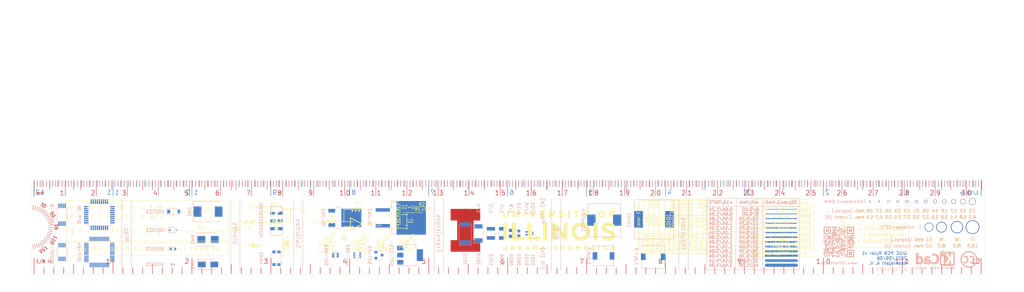
<source format=kicad_pcb>
(kicad_pcb (version 20171130) (host pcbnew 5.1.10)
  (title_block (title "UIUC PCB Ruler") (rev 1) (company "Nebhrajani A. V"))
  (layers (0 F.Cu signal) (31 B.Cu signal) (34 B.Paste user) (35 F.Paste user) (36 B.SilkS user) (37 F.SilkS user) (38 B.Mask user) (39 F.Mask user) (44 Edge.Cuts user))
  (net 0 "")
  (module Package_SO:TSSOP-8_4.4x3mm_P0.65mm (layer B.Cu) (at 40 101 270)
    (fp_text reference REF**)
    (fp_text value TSSOP-8_4.4x3mm_P0.65mm)
    (pad 8 smd roundrect (at 2.8625 0.975 270) (size 1.475 0.4) (layers B.Cu B.Mask))
    (pad 7 smd roundrect (at 2.8625 0.325 270) (size 1.475 0.4) (layers B.Cu B.Mask))
    (pad 6 smd roundrect (at 2.8625 -0.325 270) (size 1.475 0.4) (layers B.Cu B.Mask))
    (pad 5 smd roundrect (at 2.8625 -0.975 270) (size 1.475 0.4) (layers B.Cu B.Mask))
    (pad 4 smd roundrect (at -2.8625 -0.975 270) (size 1.475 0.4) (layers B.Cu B.Mask))
    (pad 3 smd roundrect (at -2.8625 -0.325 270) (size 1.475 0.4) (layers B.Cu B.Mask))
    (pad 2 smd roundrect (at -2.8625 0.325 270) (size 1.475 0.4) (layers B.Cu B.Mask))
    (pad 1 smd roundrect (at -2.8625 0.975 270) (size 1.475 0.4) (layers B.Cu B.Mask))
  )
  (module Package_SO:VSSOP-10_3x3mm_P0.5mm (layer B.Cu) (at 40 113 90)
    (fp_text reference REF**)
    (fp_text value VSSOP-10_3x3mm_P0.5mm)
    (pad 10 smd roundrect (at 2.2 1 90) (size 1.45 0.3) (layers B.Cu B.Mask))
    (pad 9 smd roundrect (at 2.2 0.5 90) (size 1.45 0.3) (layers B.Cu B.Mask))
    (pad 8 smd roundrect (at 2.2 0 90) (size 1.45 0.3) (layers B.Cu B.Mask))
    (pad 7 smd roundrect (at 2.2 -0.5 90) (size 1.45 0.3) (layers B.Cu B.Mask))
    (pad 6 smd roundrect (at 2.2 -1 90) (size 1.45 0.3) (layers B.Cu B.Mask))
    (pad 5 smd roundrect (at -2.2 -1 90) (size 1.45 0.3) (layers B.Cu B.Mask))
    (pad 4 smd roundrect (at -2.2 -0.5 90) (size 1.45 0.3) (layers B.Cu B.Mask))
    (pad 3 smd roundrect (at -2.2 0 90) (size 1.45 0.3) (layers B.Cu B.Mask))
    (pad 2 smd roundrect (at -2.2 0.5 90) (size 1.45 0.3) (layers B.Cu B.Mask))
    (pad 1 smd roundrect (at -2.2 1 90) (size 1.45 0.3) (layers B.Cu B.Mask))
  )
  (module Package_QFP:LQFP-64_7x7mm_P0.4mm (layer B.Cu) (at 52 113)
    (fp_text reference REF**)
    (fp_text value LQFP-64_7x7mm_P0.4mm)
    (pad 64 smd roundrect (at -3 4.175) (size 0.25 1.5) (layers B.Cu B.Mask))
    (pad 63 smd roundrect (at -2.6 4.175) (size 0.25 1.5) (layers B.Cu B.Mask))
    (pad 62 smd roundrect (at -2.2 4.175) (size 0.25 1.5) (layers B.Cu B.Mask))
    (pad 61 smd roundrect (at -1.8 4.175) (size 0.25 1.5) (layers B.Cu B.Mask))
    (pad 60 smd roundrect (at -1.4 4.175) (size 0.25 1.5) (layers B.Cu B.Mask))
    (pad 59 smd roundrect (at -1 4.175) (size 0.25 1.5) (layers B.Cu B.Mask))
    (pad 58 smd roundrect (at -0.6 4.175) (size 0.25 1.5) (layers B.Cu B.Mask))
    (pad 57 smd roundrect (at -0.2 4.175) (size 0.25 1.5) (layers B.Cu B.Mask))
    (pad 56 smd roundrect (at 0.2 4.175) (size 0.25 1.5) (layers B.Cu B.Mask))
    (pad 55 smd roundrect (at 0.6 4.175) (size 0.25 1.5) (layers B.Cu B.Mask))
    (pad 54 smd roundrect (at 1 4.175) (size 0.25 1.5) (layers B.Cu B.Mask))
    (pad 53 smd roundrect (at 1.4 4.175) (size 0.25 1.5) (layers B.Cu B.Mask))
    (pad 52 smd roundrect (at 1.8 4.175) (size 0.25 1.5) (layers B.Cu B.Mask))
    (pad 51 smd roundrect (at 2.2 4.175) (size 0.25 1.5) (layers B.Cu B.Mask))
    (pad 50 smd roundrect (at 2.6 4.175) (size 0.25 1.5) (layers B.Cu B.Mask))
    (pad 49 smd roundrect (at 3 4.175) (size 0.25 1.5) (layers B.Cu B.Mask))
    (pad 48 smd roundrect (at 4.175 3) (size 1.5 0.25) (layers B.Cu B.Mask))
    (pad 47 smd roundrect (at 4.175 2.6) (size 1.5 0.25) (layers B.Cu B.Mask))
    (pad 46 smd roundrect (at 4.175 2.2) (size 1.5 0.25) (layers B.Cu B.Mask))
    (pad 45 smd roundrect (at 4.175 1.8) (size 1.5 0.25) (layers B.Cu B.Mask))
    (pad 44 smd roundrect (at 4.175 1.4) (size 1.5 0.25) (layers B.Cu B.Mask))
    (pad 43 smd roundrect (at 4.175 1) (size 1.5 0.25) (layers B.Cu B.Mask))
    (pad 42 smd roundrect (at 4.175 0.6) (size 1.5 0.25) (layers B.Cu B.Mask))
    (pad 41 smd roundrect (at 4.175 0.2) (size 1.5 0.25) (layers B.Cu B.Mask))
    (pad 40 smd roundrect (at 4.175 -0.2) (size 1.5 0.25) (layers B.Cu B.Mask))
    (pad 39 smd roundrect (at 4.175 -0.6) (size 1.5 0.25) (layers B.Cu B.Mask))
    (pad 38 smd roundrect (at 4.175 -1) (size 1.5 0.25) (layers B.Cu B.Mask))
    (pad 37 smd roundrect (at 4.175 -1.4) (size 1.5 0.25) (layers B.Cu B.Mask))
    (pad 36 smd roundrect (at 4.175 -1.8) (size 1.5 0.25) (layers B.Cu B.Mask))
    (pad 35 smd roundrect (at 4.175 -2.2) (size 1.5 0.25) (layers B.Cu B.Mask))
    (pad 34 smd roundrect (at 4.175 -2.6) (size 1.5 0.25) (layers B.Cu B.Mask))
    (pad 33 smd roundrect (at 4.175 -3) (size 1.5 0.25) (layers B.Cu B.Mask))
    (pad 32 smd roundrect (at 3 -4.175) (size 0.25 1.5) (layers B.Cu B.Mask))
    (pad 31 smd roundrect (at 2.6 -4.175) (size 0.25 1.5) (layers B.Cu B.Mask))
    (pad 30 smd roundrect (at 2.2 -4.175) (size 0.25 1.5) (layers B.Cu B.Mask))
    (pad 29 smd roundrect (at 1.8 -4.175) (size 0.25 1.5) (layers B.Cu B.Mask))
    (pad 28 smd roundrect (at 1.4 -4.175) (size 0.25 1.5) (layers B.Cu B.Mask))
    (pad 27 smd roundrect (at 1 -4.175) (size 0.25 1.5) (layers B.Cu B.Mask))
    (pad 26 smd roundrect (at 0.6 -4.175) (size 0.25 1.5) (layers B.Cu B.Mask))
    (pad 25 smd roundrect (at 0.2 -4.175) (size 0.25 1.5) (layers B.Cu B.Mask))
    (pad 24 smd roundrect (at -0.2 -4.175) (size 0.25 1.5) (layers B.Cu B.Mask))
    (pad 23 smd roundrect (at -0.6 -4.175) (size 0.25 1.5) (layers B.Cu B.Mask))
    (pad 22 smd roundrect (at -1 -4.175) (size 0.25 1.5) (layers B.Cu B.Mask))
    (pad 21 smd roundrect (at -1.4 -4.175) (size 0.25 1.5) (layers B.Cu B.Mask))
    (pad 20 smd roundrect (at -1.8 -4.175) (size 0.25 1.5) (layers B.Cu B.Mask))
    (pad 19 smd roundrect (at -2.2 -4.175) (size 0.25 1.5) (layers B.Cu B.Mask))
    (pad 18 smd roundrect (at -2.6 -4.175) (size 0.25 1.5) (layers B.Cu B.Mask))
    (pad 17 smd roundrect (at -3 -4.175) (size 0.25 1.5) (layers B.Cu B.Mask))
    (pad 16 smd roundrect (at -4.175 -3) (size 1.5 0.25) (layers B.Cu B.Mask))
    (pad 15 smd roundrect (at -4.175 -2.6) (size 1.5 0.25) (layers B.Cu B.Mask))
    (pad 14 smd roundrect (at -4.175 -2.2) (size 1.5 0.25) (layers B.Cu B.Mask))
    (pad 13 smd roundrect (at -4.175 -1.8) (size 1.5 0.25) (layers B.Cu B.Mask))
    (pad 12 smd roundrect (at -4.175 -1.4) (size 1.5 0.25) (layers B.Cu B.Mask))
    (pad 11 smd roundrect (at -4.175 -1) (size 1.5 0.25) (layers B.Cu B.Mask))
    (pad 10 smd roundrect (at -4.175 -0.6) (size 1.5 0.25) (layers B.Cu B.Mask))
    (pad 9 smd roundrect (at -4.175 -0.2) (size 1.5 0.25) (layers B.Cu B.Mask))
    (pad 8 smd roundrect (at -4.175 0.2) (size 1.5 0.25) (layers B.Cu B.Mask))
    (pad 7 smd roundrect (at -4.175 0.6) (size 1.5 0.25) (layers B.Cu B.Mask))
    (pad 6 smd roundrect (at -4.175 1) (size 1.5 0.25) (layers B.Cu B.Mask))
    (pad 5 smd roundrect (at -4.175 1.4) (size 1.5 0.25) (layers B.Cu B.Mask))
    (pad 4 smd roundrect (at -4.175 1.8) (size 1.5 0.25) (layers B.Cu B.Mask))
    (pad 3 smd roundrect (at -4.175 2.2) (size 1.5 0.25) (layers B.Cu B.Mask))
    (pad 2 smd roundrect (at -4.175 2.6) (size 1.5 0.25) (layers B.Cu B.Mask))
    (pad 1 smd roundrect (at -4.175 3) (size 1.5 0.25) (layers B.Cu B.Mask))
  )
  (module Package_QFP:LQFP-36_7x7mm_P0.65mm (layer B.Cu) (at 52 101)
    (fp_text reference REF**)
    (fp_text value LQFP-36_7x7mm_P0.65mm)
    (pad 36 smd roundrect (at -2.6 4.2125) (size 0.4 1.475) (layers B.Cu B.Mask))
    (pad 35 smd roundrect (at -1.95 4.2125) (size 0.4 1.475) (layers B.Cu B.Mask))
    (pad 34 smd roundrect (at -1.3 4.2125) (size 0.4 1.475) (layers B.Cu B.Mask))
    (pad 33 smd roundrect (at -0.65 4.2125) (size 0.4 1.475) (layers B.Cu B.Mask))
    (pad 32 smd roundrect (at 0 4.2125) (size 0.4 1.475) (layers B.Cu B.Mask))
    (pad 31 smd roundrect (at 0.65 4.2125) (size 0.4 1.475) (layers B.Cu B.Mask))
    (pad 30 smd roundrect (at 1.3 4.2125) (size 0.4 1.475) (layers B.Cu B.Mask))
    (pad 29 smd roundrect (at 1.95 4.2125) (size 0.4 1.475) (layers B.Cu B.Mask))
    (pad 28 smd roundrect (at 2.6 4.2125) (size 0.4 1.475) (layers B.Cu B.Mask))
    (pad 27 smd roundrect (at 4.2125 2.6) (size 1.475 0.4) (layers B.Cu B.Mask))
    (pad 26 smd roundrect (at 4.2125 1.95) (size 1.475 0.4) (layers B.Cu B.Mask))
    (pad 25 smd roundrect (at 4.2125 1.3) (size 1.475 0.4) (layers B.Cu B.Mask))
    (pad 24 smd roundrect (at 4.2125 0.65) (size 1.475 0.4) (layers B.Cu B.Mask))
    (pad 23 smd roundrect (at 4.2125 0) (size 1.475 0.4) (layers B.Cu B.Mask))
    (pad 22 smd roundrect (at 4.2125 -0.65) (size 1.475 0.4) (layers B.Cu B.Mask))
    (pad 21 smd roundrect (at 4.2125 -1.3) (size 1.475 0.4) (layers B.Cu B.Mask))
    (pad 20 smd roundrect (at 4.2125 -1.95) (size 1.475 0.4) (layers B.Cu B.Mask))
    (pad 19 smd roundrect (at 4.2125 -2.6) (size 1.475 0.4) (layers B.Cu B.Mask))
    (pad 18 smd roundrect (at 2.6 -4.2125) (size 0.4 1.475) (layers B.Cu B.Mask))
    (pad 17 smd roundrect (at 1.95 -4.2125) (size 0.4 1.475) (layers B.Cu B.Mask))
    (pad 16 smd roundrect (at 1.3 -4.2125) (size 0.4 1.475) (layers B.Cu B.Mask))
    (pad 15 smd roundrect (at 0.65 -4.2125) (size 0.4 1.475) (layers B.Cu B.Mask))
    (pad 14 smd roundrect (at 0 -4.2125) (size 0.4 1.475) (layers B.Cu B.Mask))
    (pad 13 smd roundrect (at -0.65 -4.2125) (size 0.4 1.475) (layers B.Cu B.Mask))
    (pad 12 smd roundrect (at -1.3 -4.2125) (size 0.4 1.475) (layers B.Cu B.Mask))
    (pad 11 smd roundrect (at -1.95 -4.2125) (size 0.4 1.475) (layers B.Cu B.Mask))
    (pad 10 smd roundrect (at -2.6 -4.2125) (size 0.4 1.475) (layers B.Cu B.Mask))
    (pad 9 smd roundrect (at -4.2125 -2.6) (size 1.475 0.4) (layers B.Cu B.Mask))
    (pad 8 smd roundrect (at -4.2125 -1.95) (size 1.475 0.4) (layers B.Cu B.Mask))
    (pad 7 smd roundrect (at -4.2125 -1.3) (size 1.475 0.4) (layers B.Cu B.Mask))
    (pad 6 smd roundrect (at -4.2125 -0.65) (size 1.475 0.4) (layers B.Cu B.Mask))
    (pad 5 smd roundrect (at -4.2125 0) (size 1.475 0.4) (layers B.Cu B.Mask))
    (pad 4 smd roundrect (at -4.2125 0.65) (size 1.475 0.4) (layers B.Cu B.Mask))
    (pad 3 smd roundrect (at -4.2125 1.3) (size 1.475 0.4) (layers B.Cu B.Mask))
    (pad 2 smd roundrect (at -4.2125 1.95) (size 1.475 0.4) (layers B.Cu B.Mask))
    (pad 1 smd roundrect (at -4.2125 2.6) (size 1.475 0.4) (layers B.Cu B.Mask))
  )
  (module Package_TO_SOT_SMD:SOT-23 (layer B.Cu) (at 142 114)
    (fp_text reference REF**)
    (fp_text value SOT-23)
    (pad 3 smd rect (at 1 0) (size 0.9 0.8) (layers B.Cu B.Mask))
    (pad 2 smd rect (at -1 -0.95) (size 0.9 0.8) (layers B.Cu B.Mask))
    (pad 1 smd rect (at -1 0.95) (size 0.9 0.8) (layers B.Cu B.Mask))
  )
  (module Package_TO_SOT_SMD:SOT-223 (layer B.Cu) (at 152 114)
    (fp_text reference REF**)
    (fp_text value SOT-223)
    (pad 1 smd rect (at -3.15 2.3) (size 2 1.5) (layers B.Cu B.Mask))
    (pad 3 smd rect (at -3.15 -2.3) (size 2 1.5) (layers B.Cu B.Mask))
    (pad 2 smd rect (at -3.15 0) (size 2 1.5) (layers B.Cu B.Mask))
    (pad 4 smd rect (at 3.15 0) (size 2 3.8) (layers B.Cu B.Mask))
  )
  (module Package_TO_SOT_SMD:SOT-563 (layer B.Cu) (at 128 114)
    (fp_text reference REF**)
    (fp_text value SOT-563)
    (pad 5 smd rect (at 0.75 0) (size 0.7 0.4) (layers B.Cu B.Mask))
    (pad 4 smd rect (at 0.75 -0.5) (size 0.7 0.4) (layers B.Cu B.Mask))
    (pad 2 smd rect (at -0.75 0) (size 0.7 0.4) (layers B.Cu B.Mask))
    (pad 6 smd rect (at 0.75 0.5) (size 0.7 0.4) (layers B.Cu B.Mask))
    (pad 3 smd rect (at -0.75 -0.5) (size 0.7 0.4) (layers B.Cu B.Mask))
    (pad 1 smd rect (at -0.75 0.5) (size 0.7 0.4) (layers B.Cu B.Mask))
  )
  (module Package_TO_SOT_SMD:SOT-363_SC-70-6 (layer B.Cu) (at 135 114)
    (fp_text reference REF**)
    (fp_text value SOT-363_SC-70-6)
    (pad 6 smd rect (at 0.95 0.65) (size 0.65 0.4) (layers B.Cu B.Mask))
    (pad 4 smd rect (at 0.95 -0.65) (size 0.65 0.4) (layers B.Cu B.Mask))
    (pad 2 smd rect (at -0.95 0) (size 0.65 0.4) (layers B.Cu B.Mask))
    (pad 5 smd rect (at 0.95 0) (size 0.65 0.4) (layers B.Cu B.Mask))
    (pad 3 smd rect (at -0.95 -0.65) (size 0.65 0.4) (layers B.Cu B.Mask))
    (pad 1 smd rect (at -0.95 0.65) (size 0.65 0.4) (layers B.Cu B.Mask))
  )
  (module Package_TO_SOT_SMD:TO-252-2 (layer B.Cu) (at 131 102)
    (fp_text reference REF**)
    (fp_text value TO-252-2)
    (pad "" smd rect (at 0.425 -1.525) (size 3.05 2.75) (layers B.Cu B.Mask))
    (pad "" smd rect (at 3.775 1.525) (size 3.05 2.75) (layers B.Cu B.Mask))
    (pad "" smd rect (at 0.425 1.525) (size 3.05 2.75) (layers B.Cu B.Mask))
    (pad "" smd rect (at 3.775 -1.525) (size 3.05 2.75) (layers B.Cu B.Mask))
    (pad 2 smd rect (at 2.1 0) (size 6.4 5.8) (layers B.Cu B.Mask))
    (pad 3 smd rect (at -4.2 -2.28) (size 2.2 1.2) (layers B.Cu B.Mask))
    (pad 1 smd rect (at -4.2 2.28) (size 2.2 1.2) (layers B.Cu B.Mask))
  )
  (module Package_TO_SOT_SMD:TO-263-2 (layer B.Cu) (at 149 102)
    (fp_text reference REF**)
    (fp_text value TO-263-2)
    (pad "" smd rect (at 0.95 -2.775) (size 4.55 5.25) (layers B.Cu B.Mask))
    (pad "" smd rect (at 5.8 2.775) (size 4.55 5.25) (layers B.Cu B.Mask))
    (pad "" smd rect (at 0.95 2.775) (size 4.55 5.25) (layers B.Cu B.Mask))
    (pad "" smd rect (at 5.8 -2.775) (size 4.55 5.25) (layers B.Cu B.Mask))
    (pad 2 smd rect (at 3.375 0) (size 9.4 10.8) (layers B.Cu B.Mask))
    (pad 3 smd rect (at -5.775 -2.54) (size 4.6 1.1) (layers B.Cu B.Mask))
    (pad 1 smd rect (at -5.775 2.54) (size 4.6 1.1) (layers B.Cu B.Mask))
  )
  (module Symbol:KiCad-Logo2_5mm_SilkScreen (layer B.Cu) (at 321 115.5 180)
    (fp_text reference REF** hide)
    (fp_text value KiCad-Logo2_5mm_SilkScreen hide)
  )
  (module personal:Symbol_CreativeCommons_SilkTop_Type2_Small (layer B.Cu) (at 332 115.5 180)
    (fp_text reference REF**)
    (fp_text value Symbol_CreativeCommons_CopperTop_Type2_Small)
  )
  (module Diode_SMD:D_SOD-923 (layer B.Cu) (at 75.75 117)
    (fp_text reference REF**)
    (fp_text value D_SOD-923)
    (pad 2 smd rect (at 0.42 0 180) (size 0.36 0.25) (layers B.Cu B.Mask))
    (pad 1 smd rect (at -0.42 0 180) (size 0.36 0.25) (layers B.Cu B.Mask))
  )
  (module Diode_SMD:D_SOD-523 (layer B.Cu) (at 75.75 112)
    (fp_text reference REF**)
    (fp_text value D_SOD-523)
    (pad 1 smd rect (at -0.7 0 180) (size 0.6 0.7) (layers B.Cu B.Mask))
    (pad 2 smd rect (at 0.7 0 180) (size 0.6 0.7) (layers B.Cu B.Mask))
  )
  (module Diode_SMD:D_SOD-323 (layer B.Cu) (at 75.75 106)
    (fp_text reference REF**)
    (fp_text value D_SOD-323)
    (pad 2 smd rect (at 1.05 0) (size 0.6 0.45) (layers B.Cu B.Mask))
    (pad 1 smd rect (at -1.05 0) (size 0.6 0.45) (layers B.Cu B.Mask))
  )
  (module Diode_SMD:D_SOD-123 (layer B.Cu) (at 76 100)
    (fp_text reference REF**)
    (fp_text value D_SOD-123)
    (pad 2 smd rect (at 1.65 0) (size 0.9 1.2) (layers B.Cu B.Mask))
    (pad 1 smd rect (at -1.65 0) (size 0.9 1.2) (layers B.Cu B.Mask))
  )
  (module Diode_SMD:D_SMA (layer B.Cu) (at 87 117)
    (fp_text reference REF**)
    (fp_text value D_SMA)
    (pad 2 smd rect (at 2 0) (size 2.5 1.8) (layers B.Cu B.Mask))
    (pad 1 smd rect (at -2 0) (size 2.5 1.8) (layers B.Cu B.Mask))
  )
  (module Diode_SMD:D_SMB (layer B.Cu) (at 87 109)
    (fp_text reference REF**)
    (fp_text value D_SMB)
    (pad 2 smd rect (at 2.15 0) (size 2.5 2.3) (layers B.Cu B.Mask))
    (pad 1 smd rect (at -2.15 0) (size 2.5 2.3) (layers B.Cu B.Mask))
  )
  (module Diode_SMD:D_SMC (layer B.Cu) (at 87 100)
    (fp_text reference REF**)
    (fp_text value D_SMC)
    (pad 2 smd rect (at 3.4 0 270) (size 3.3 2.5) (layers B.Cu B.Mask))
    (pad 1 smd rect (at -3.4 0 270) (size 3.3 2.5) (layers B.Cu B.Mask))
  )
  (module Button_Switch_SMD:SW_Push_1P1T_NO_CK_KMR2 (layer B.Cu) (at 109 115 270)
    (fp_text reference REF**)
    (fp_text value SW_Push_1P1T_NO_CK_KMR2)
    (pad 2 smd rect (at 2.05 -0.8 270) (size 0.9 1) (layers B.Cu B.Mask))
    (pad 1 smd rect (at 2.05 0.8 270) (size 0.9 1) (layers B.Cu B.Mask))
    (pad 2 smd rect (at -2.05 -0.8 270) (size 0.9 1) (layers B.Cu B.Mask))
    (pad 1 smd rect (at -2.05 0.8 270) (size 0.9 1) (layers B.Cu B.Mask))
  )
  (module Button_Switch_SMD:SW_DPDT_CK_JS202011JCQN (layer B.Cu) (at 109 103 270)
    (fp_text reference REF**)
    (fp_text value SW_DPDT_CK_JS202011JCQN)
    (pad 3 smd rect (at 2.5 1.2 270) (size 1 1.6) (layers B.Cu B.Mask))
    (pad 2 smd rect (at 0 1.2 270) (size 1 1.6) (layers B.Cu B.Mask))
    (pad 1 smd rect (at -2.5 1.2 270) (size 1 1.6) (layers B.Cu B.Mask))
    (pad 6 smd rect (at 2.5 -1.2 270) (size 1 1.6) (layers B.Cu B.Mask))
    (pad 5 smd rect (at 0 -1.2 270) (size 1 1.6) (layers B.Cu B.Mask))
    (pad 4 smd rect (at -2.5 -1.2 270) (size 1 1.6) (layers B.Cu B.Mask))
  )
  (module Diode_SMD:D_2512_6332Metric (layer B.Cu) (at 169.75 107 90)
    (fp_text reference REF**)
    (fp_text value D_2512_6332Metric)
    (pad 2 smd roundrect (at 2.9 0 90) (size 1.35 3.35) (layers B.Cu B.Mask) (roundrect_rratio 0.185))
    (pad 1 smd roundrect (at -2.9 0 90) (size 1.35 3.35) (layers B.Cu B.Mask) (roundrect_rratio 0.185))
  )
  (module Diode_SMD:D_2010_5025Metric (layer B.Cu) (at 174 107 90)
    (fp_text reference REF**)
    (fp_text value D_2010_5025Metric)
    (pad 2 smd roundrect (at 2.25 0 90) (size 1.35 2.65) (layers B.Cu B.Mask) (roundrect_rratio 0.185))
    (pad 1 smd roundrect (at -2.25 0 90) (size 1.35 2.65) (layers B.Cu B.Mask) (roundrect_rratio 0.185))
  )
  (module Capacitor_SMD:C_1210_3225Metric (layer B.Cu) (at 178 107 90)
    (fp_text reference REF**)
    (fp_text value C_1210_3225Metric)
    (pad 2 smd roundrect (at 1.475 0 90) (size 1.15 2.7) (layers B.Cu B.Mask) (roundrect_rratio 0.217))
    (pad 1 smd roundrect (at -1.475 0 90) (size 1.15 2.7) (layers B.Cu B.Mask) (roundrect_rratio 0.217))
  )
  (module Capacitor_SMD:C_1206_3216Metric (layer B.Cu) (at 181.5 107 90)
    (fp_text reference REF**)
    (fp_text value C_1206_3216Metric)
    (pad 1 smd roundrect (at -1.475 0 90) (size 1.15 1.8) (layers B.Cu B.Mask) (roundrect_rratio 0.217))
    (pad 2 smd roundrect (at 1.475 0 90) (size 1.15 1.8) (layers B.Cu B.Mask) (roundrect_rratio 0.217))
  )
  (module Capacitor_SMD:C_0805_2012Metric (layer B.Cu) (at 184.5 107 90)
    (fp_text reference REF**)
    (fp_text value C_0805_2012Metric)
    (pad 2 smd roundrect (at 0.95 0 90) (size 1 1.45) (layers B.Cu B.Mask))
    (pad 1 smd roundrect (at -0.95 0 90) (size 1 1.45) (layers B.Cu B.Mask))
  )
  (module Capacitor_SMD:C_0603_1608Metric (layer B.Cu) (at 187 107 270)
    (fp_text reference REF**)
    (fp_text value C_0603_1608Metric)
    (pad 2 smd roundrect (at 0.775 0 270) (size 0.9 0.95) (layers B.Cu B.Mask))
    (pad 1 smd roundrect (at -0.775 0 270) (size 0.9 0.95) (layers B.Cu B.Mask))
  )
  (module Capacitor_SMD:C_0402_1005Metric (layer B.Cu) (at 189.5 106.98 90)
    (fp_text reference REF**)
    (fp_text value C_0402_1005Metric)
    (pad 1 smd roundrect (at -0.48 0 90) (size 0.56 0.62) (layers B.Cu B.Mask))
    (pad 2 smd roundrect (at 0.48 0 90) (size 0.56 0.62) (layers B.Cu B.Mask))
  )
  (module Capacitor_SMD:C_0201_0603Metric (layer B.Cu) (at 191.5 107 270)
    (fp_text reference REF**)
    (fp_text value C_0201_0603Metric)
    (pad 1 smd roundrect (at -0.32 0 270) (size 0.46 0.4) (layers B.Cu B.Mask))
    (pad 2 smd roundrect (at 0.32 0 270) (size 0.46 0.4) (layers B.Cu B.Mask))
  )
  (module Inductor_SMD:L_12x12mm_H8mm (layer B.Cu) (at 230.5 102.5)
    (fp_text reference REF**)
    (fp_text value L_12x12mm_H8mm)
    (pad 2 smd rect (at 4.95 0) (size 2.9 5.4) (layers B.Cu B.Mask))
    (pad 1 smd rect (at -4.95 0) (size 2.9 5.4) (layers B.Cu B.Mask))
  )
  (module Inductor_SMD:L_10.4x10.4_H4.8 (layer B.Cu) (at 214.5 102.75)
    (fp_text reference REF**)
    (fp_text value L_10.4x10.4_H4.8)
    (pad 2 smd rect (at 4.15 0) (size 2.7 3.6) (layers B.Cu B.Mask))
    (pad 1 smd rect (at -4.15 0) (size 2.7 3.6) (layers B.Cu B.Mask))
  )
  (module Inductor_SMD:L_7.3x7.3_H4.5 (layer B.Cu) (at 230.25 114.5)
    (fp_text reference REF**)
    (fp_text value L_7.3x7.3_H4.5)
    (pad 2 smd rect (at 3.2 0) (size 1.5 2.2) (layers B.Cu B.Mask))
    (pad 1 smd rect (at -3.2 0) (size 1.5 2.2) (layers B.Cu B.Mask))
  )
  (module Inductor_SMD:L_6.3x6.3_H3 (layer B.Cu) (at 214.25 114.25)
    (fp_text reference REF**)
    (fp_text value L_6.3x6.3_H3)
    (pad 2 smd rect (at 2.75 0) (size 1.5 2.4) (layers B.Cu B.Mask))
    (pad 1 smd rect (at -2.75 0) (size 1.5 2.4) (layers B.Cu B.Mask))
  )
  (module personal:qrcode (layer B.Cu) (at 290 109.75 180)
    (fp_text reference G*** hide)
    (fp_text value LOGO hide)
  )
  (module personal:inch_ruler_10 (layer B.Cu) (at 31 90)
    (fp_text reference REF**)
    (fp_text value inch_ruler_10)
    (fp_line (start 208.28 2) (end 208.28 0) (layer B.Cu) (width 0.15))
    (fp_line (start 302.26 2) (end 302.26 0) (layer B.Cu) (width 0.15))
    (fp_line (start 152.4 5) (end 152.4 0) (layer B.Cu) (width 0.15))
    (fp_line (start 160.02 2) (end 160.02 0) (layer B.Cu) (width 0.15))
    (fp_line (start 172.72 2) (end 172.72 0) (layer B.Cu) (width 0.15))
    (fp_line (start 297.18 2) (end 297.18 0) (layer B.Cu) (width 0.15))
    (fp_line (start 241.3 3) (end 241.3 0) (layer B.Cu) (width 0.15))
    (fp_line (start 223.52 2) (end 223.52 0) (layer B.Cu) (width 0.15))
    (fp_line (start 226.06 2) (end 226.06 0) (layer B.Cu) (width 0.15))
    (fp_line (start 195.58 2) (end 195.58 0) (layer B.Cu) (width 0.15))
    (fp_line (start 299.72 2) (end 299.72 0) (layer B.Cu) (width 0.15))
    (fp_line (start 238.76 2) (end 238.76 0) (layer B.Cu) (width 0.15))
    (fp_line (start 190.5 3) (end 190.5 0) (layer B.Cu) (width 0.15))
    (fp_line (start 271.78 2) (end 271.78 0) (layer B.Cu) (width 0.15))
    (fp_line (start 248.92 2) (end 248.92 0) (layer B.Cu) (width 0.15))
    (fp_line (start 279.4 5) (end 279.4 0) (layer B.Cu) (width 0.15))
    (fp_line (start 231.14 2) (end 231.14 0) (layer B.Cu) (width 0.15))
    (fp_line (start 251.46 2) (end 251.46 0) (layer B.Cu) (width 0.15))
    (fp_line (start 167.64 2) (end 167.64 0) (layer B.Cu) (width 0.15))
    (fp_line (start 182.88 2) (end 182.88 0) (layer B.Cu) (width 0.15))
    (fp_line (start 170.18 2) (end 170.18 0) (layer B.Cu) (width 0.15))
    (fp_line (start 215.9 3) (end 215.9 0) (layer B.Cu) (width 0.15))
    (fp_line (start 218.44 2) (end 218.44 0) (layer B.Cu) (width 0.15))
    (fp_line (start 281.94 2) (end 281.94 0) (layer B.Cu) (width 0.15))
    (fp_line (start 289.56 2) (end 289.56 0) (layer B.Cu) (width 0.15))
    (fp_line (start 243.84 2) (end 243.84 0) (layer B.Cu) (width 0.15))
    (fp_line (start 187.96 2) (end 187.96 0) (layer B.Cu) (width 0.15))
    (fp_line (start 236.22 2) (end 236.22 0) (layer B.Cu) (width 0.15))
    (fp_line (start 157.48 2) (end 157.48 0) (layer B.Cu) (width 0.15))
    (fp_line (start 246.38 2) (end 246.38 0) (layer B.Cu) (width 0.15))
    (fp_line (start 185.42 2) (end 185.42 0) (layer B.Cu) (width 0.15))
    (fp_line (start 177.8 5) (end 177.8 0) (layer B.Cu) (width 0.15))
    (fp_line (start 210.82 2) (end 210.82 0) (layer B.Cu) (width 0.15))
    (fp_line (start 200.66 2) (end 200.66 0) (layer B.Cu) (width 0.15))
    (fp_line (start 276.86 2) (end 276.86 0) (layer B.Cu) (width 0.15))
    (fp_line (start 294.64 2) (end 294.64 0) (layer B.Cu) (width 0.15))
    (fp_line (start 266.7 3) (end 266.7 0) (layer B.Cu) (width 0.15))
    (fp_line (start 213.36 2) (end 213.36 0) (layer B.Cu) (width 0.15))
    (fp_line (start 205.74 2) (end 205.74 0) (layer B.Cu) (width 0.15))
    (fp_line (start 261.62 2) (end 261.62 0) (layer B.Cu) (width 0.15))
    (fp_line (start 233.68 2) (end 233.68 0) (layer B.Cu) (width 0.15))
    (fp_line (start 287.02 2) (end 287.02 0) (layer B.Cu) (width 0.15))
    (fp_line (start 254 5) (end 254 0) (layer B.Cu) (width 0.15))
    (fp_line (start 256.54 2) (end 256.54 0) (layer B.Cu) (width 0.15))
    (fp_line (start 180.34 2) (end 180.34 0) (layer B.Cu) (width 0.15))
    (fp_line (start 274.32 2) (end 274.32 0) (layer B.Cu) (width 0.15))
    (fp_line (start 269.24 2) (end 269.24 0) (layer B.Cu) (width 0.15))
    (fp_line (start 259.08 2) (end 259.08 0) (layer B.Cu) (width 0.15))
    (fp_line (start 193.04 2) (end 193.04 0) (layer B.Cu) (width 0.15))
    (fp_line (start 198.12 2) (end 198.12 0) (layer B.Cu) (width 0.15))
    (fp_line (start 292.1 3) (end 292.1 0) (layer B.Cu) (width 0.15))
    (fp_line (start 264.16 2) (end 264.16 0) (layer B.Cu) (width 0.15))
    (fp_line (start 175.26 2) (end 175.26 0) (layer B.Cu) (width 0.15))
    (fp_line (start 228.6 5) (end 228.6 0) (layer B.Cu) (width 0.15))
    (fp_line (start 284.48 2) (end 284.48 0) (layer B.Cu) (width 0.15))
    (fp_line (start 154.94 2) (end 154.94 0) (layer B.Cu) (width 0.15))
    (fp_line (start 203.2 5) (end 203.2 0) (layer B.Cu) (width 0.15))
    (fp_line (start 162.56 2) (end 162.56 0) (layer B.Cu) (width 0.15))
    (fp_line (start 165.1 3) (end 165.1 0) (layer B.Cu) (width 0.15))
    (fp_line (start 220.98 2) (end 220.98 0) (layer B.Cu) (width 0.15))
    (fp_line (start 132.08 2) (end 132.08 0) (layer B.Cu) (width 0.15))
    (fp_line (start 76.2 5) (end 76.2 0) (layer B.Cu) (width 0.15))
    (fp_line (start 83.82 2) (end 83.82 0) (layer B.Cu) (width 0.15))
    (fp_line (start 96.52 2) (end 96.52 0) (layer B.Cu) (width 0.15))
    (fp_line (start 147.32 2) (end 147.32 0) (layer B.Cu) (width 0.15))
    (fp_line (start 149.86 2) (end 149.86 0) (layer B.Cu) (width 0.15))
    (fp_line (start 119.38 2) (end 119.38 0) (layer B.Cu) (width 0.15))
    (fp_line (start 114.3 3) (end 114.3 0) (layer B.Cu) (width 0.15))
    (fp_line (start 91.44 2) (end 91.44 0) (layer B.Cu) (width 0.15))
    (fp_line (start 106.68 2) (end 106.68 0) (layer B.Cu) (width 0.15))
    (fp_line (start 93.98 2) (end 93.98 0) (layer B.Cu) (width 0.15))
    (fp_line (start 139.7 3) (end 139.7 0) (layer B.Cu) (width 0.15))
    (fp_line (start 142.24 2) (end 142.24 0) (layer B.Cu) (width 0.15))
    (fp_line (start 111.76 2) (end 111.76 0) (layer B.Cu) (width 0.15))
    (fp_line (start 81.28 2) (end 81.28 0) (layer B.Cu) (width 0.15))
    (fp_line (start 109.22 2) (end 109.22 0) (layer B.Cu) (width 0.15))
    (fp_line (start 101.6 5) (end 101.6 0) (layer B.Cu) (width 0.15))
    (fp_line (start 134.62 2) (end 134.62 0) (layer B.Cu) (width 0.15))
    (fp_line (start 124.46 2) (end 124.46 0) (layer B.Cu) (width 0.15))
    (fp_line (start 137.16 2) (end 137.16 0) (layer B.Cu) (width 0.15))
    (fp_line (start 129.54 2) (end 129.54 0) (layer B.Cu) (width 0.15))
    (fp_line (start 104.14 2) (end 104.14 0) (layer B.Cu) (width 0.15))
    (fp_line (start 116.84 2) (end 116.84 0) (layer B.Cu) (width 0.15))
    (fp_line (start 121.92 2) (end 121.92 0) (layer B.Cu) (width 0.15))
    (fp_line (start 99.06 2) (end 99.06 0) (layer B.Cu) (width 0.15))
    (fp_line (start 78.74 2) (end 78.74 0) (layer B.Cu) (width 0.15))
    (fp_line (start 127 5) (end 127 0) (layer B.Cu) (width 0.15))
    (fp_line (start 86.36 2) (end 86.36 0) (layer B.Cu) (width 0.15))
    (fp_line (start 88.9 3) (end 88.9 0) (layer B.Cu) (width 0.15))
    (fp_line (start 144.78 2) (end 144.78 0) (layer B.Cu) (width 0.15))
    (fp_line (start 50.8 5) (end 50.8 0) (layer B.Cu) (width 0.15))
    (fp_line (start 58.42 2) (end 58.42 0) (layer B.Cu) (width 0.15))
    (fp_line (start 71.12 2) (end 71.12 0) (layer B.Cu) (width 0.15))
    (fp_line (start 66.04 2) (end 66.04 0) (layer B.Cu) (width 0.15))
    (fp_line (start 68.58 2) (end 68.58 0) (layer B.Cu) (width 0.15))
    (fp_line (start 55.88 2) (end 55.88 0) (layer B.Cu) (width 0.15))
    (fp_line (start 73.66 2) (end 73.66 0) (layer B.Cu) (width 0.15))
    (fp_line (start 53.34 2) (end 53.34 0) (layer B.Cu) (width 0.15))
    (fp_line (start 60.96 2) (end 60.96 0) (layer B.Cu) (width 0.15))
    (fp_line (start 63.5 3) (end 63.5 0) (layer B.Cu) (width 0.15))
    (fp_line (start 25.4 5) (end 25.4 0) (layer B.Cu) (width 0.15))
    (fp_line (start 33.02 2) (end 33.02 0) (layer B.Cu) (width 0.15))
    (fp_line (start 45.72 2) (end 45.72 0) (layer B.Cu) (width 0.15))
    (fp_line (start 40.64 2) (end 40.64 0) (layer B.Cu) (width 0.15))
    (fp_line (start 43.18 2) (end 43.18 0) (layer B.Cu) (width 0.15))
    (fp_line (start 30.48 2) (end 30.48 0) (layer B.Cu) (width 0.15))
    (fp_line (start 48.26 2) (end 48.26 0) (layer B.Cu) (width 0.15))
    (fp_line (start 27.94 2) (end 27.94 0) (layer B.Cu) (width 0.15))
    (fp_line (start 35.56 2) (end 35.56 0) (layer B.Cu) (width 0.15))
    (fp_line (start 38.1 3) (end 38.1 0) (layer B.Cu) (width 0.15))
    (fp_line (start 22.86 2) (end 22.86 0) (layer B.Cu) (width 0.15))
    (fp_line (start 10.16 2) (end 10.16 0) (layer B.Cu) (width 0.15))
    (fp_line (start 17.78 2) (end 17.78 0) (layer B.Cu) (width 0.15))
    (fp_line (start 0 5) (end 0 0) (layer B.Cu) (width 0.15))
    (fp_line (start 7.62 2) (end 7.62 0) (layer B.Cu) (width 0.15))
    (fp_line (start 2.54 2) (end 2.54 0) (layer B.Cu) (width 0.15))
    (fp_line (start 5.08 2) (end 5.08 0) (layer B.Cu) (width 0.15))
    (fp_line (start 15.24 2) (end 15.24 0) (layer B.Cu) (width 0.15))
    (fp_line (start 12.7 3) (end 12.7 0) (layer B.Cu) (width 0.15))
    (fp_line (start 20.32 2) (end 20.32 0) (layer B.Cu) (width 0.15))
    (fp_line (start 304.8 5) (end 304.8 0) (layer B.Cu) (width 0.15))
    (fp_text user 12 (at 1.905 3.81) (layer B.Cu) (effects (font (size 1.5 1.5)) (justify mirror)))
    (fp_text user 1 (at 24.13 3.81) (layer B.Cu) (effects (font (size 1.5 1.5)) (justify mirror)))
    (fp_text user 1 (at 26.67 3.81) (layer B.Cu) (effects (font (size 1.5 1.5)) (justify mirror)))
    (fp_text user 0 (at 49.53 3.81) (layer B.Cu) (effects (font (size 1.5 1.5)) (justify mirror)))
    (fp_text user 1 (at 52.07 3.81) (layer B.Cu) (effects (font (size 1.5 1.5)) (justify mirror)))
    (fp_text user 9 (at 77.47 3.81) (layer B.Cu) (effects (font (size 1.5 1.5)) (justify mirror)))
    (fp_text user 8 (at 102.87 3.81) (layer B.Cu) (effects (font (size 1.5 1.5)) (justify mirror)))
    (fp_text user 7 (at 128.27 3.81) (layer B.Cu) (effects (font (size 1.5 1.5)) (justify mirror)))
    (fp_text user 6 (at 153.67 3.81) (layer B.Cu) (effects (font (size 1.5 1.5)) (justify mirror)))
    (fp_text user 5 (at 179.07 3.81) (layer B.Cu) (effects (font (size 1.5 1.5)) (justify mirror)))
    (fp_text user 4 (at 204.47 3.81) (layer B.Cu) (effects (font (size 1.5 1.5)) (justify mirror)))
    (fp_text user 3 (at 229.87 3.81) (layer B.Cu) (effects (font (size 1.5 1.5)) (justify mirror)))
    (fp_text user 2 (at 255.27 3.81) (layer B.Cu) (effects (font (size 1.5 1.5)) (justify mirror)))
    (fp_text user 1 (at 280.67 3.81) (layer B.Cu) (effects (font (size 1.5 1.5)) (justify mirror)))
    (fp_text user "1/10 in" (at 300.9898 3.9685) (layer B.Cu) (effects (justify mirror)))
  )
  (module personal:Resistor_Table_small (layer F.Cu) (at 227 113.5 90)
    (fp_text reference REF**)
    (fp_text value Resistor_Table_small)
    (fp_text user "Resistor Color Code" (at 8.75 -1.5 90) (layer F.SilkS))
    (fp_text user 0.05%% (at 14.75 15 90) (layer F.SilkS))
    (fp_text user 0.10%% (at 14.75 13.25 90) (layer F.SilkS))
    (fp_text user 0.25%% (at 14.75 11.5 90) (layer F.SilkS))
    (fp_text user 0.5%% (at 15.25 9.75 90) (layer F.SilkS))
    (fp_text user 5%% (at 16 18.5 90) (layer F.SilkS))
    (fp_text user 10%% (at 15.5 20.25 90) (layer F.SilkS))
    (fp_text user 2%% (at 16 4.5 90) (layer F.SilkS))
    (fp_text user 1%% (at 16 2.75 90) (layer F.SilkS))
    (fp_text user 0.01Ω (at 9.5 20.25 90) (layer F.SilkS))
    (fp_text user 0.1Ω (at 10 18.5 90) (layer F.SilkS))
    (fp_text user 1GΩ (at 10.25 16.75 90) (layer F.SilkS))
    (fp_text user 100MΩ (at 9.25 15 90) (layer F.SilkS))
    (fp_text user 10MΩ (at 9.75 13.25 90) (layer F.SilkS))
    (fp_text user 1MΩ (at 10.25 11.5 90) (layer F.SilkS))
    (fp_text user 100kΩ (at 9.5 9.75 90) (layer F.SilkS))
    (fp_text user 10kΩ (at 10 8 90) (layer F.SilkS))
    (fp_text user 1kΩ (at 10.5 6.25 90) (layer F.SilkS))
    (fp_text user 100Ω (at 10 4.5 90) (layer F.SilkS))
    (fp_text user 10Ω (at 10.5 2.75 90) (layer F.SilkS))
    (fp_text user 1Ω (at 11 1 90) (layer F.SilkS))
    (fp_text user 9 (at 5.75 16.75 90) (layer F.SilkS))
    (fp_text user 8 (at 5.75 15 90) (layer F.SilkS))
    (fp_text user 7 (at 5.75 13.25 90) (layer F.SilkS))
    (fp_text user 6 (at 5.75 11.5 90) (layer F.SilkS))
    (fp_text user 5 (at 5.75 9.75 90) (layer F.SilkS))
    (fp_text user 4 (at 5.75 8 90) (layer F.SilkS))
    (fp_text user 3 (at 5.75 6.25 90) (layer F.SilkS))
    (fp_text user 2 (at 5.75 4.5 90) (layer F.SilkS))
    (fp_text user 1 (at 5.75 2.75 90) (layer F.SilkS))
    (fp_text user 0 (at 5.75 1 90) (layer F.SilkS))
    (fp_text user Silver (at 2.5 20.25 90) (layer F.SilkS))
    (fp_text user Gold (at 2.5 18.5 90) (layer F.SilkS))
    (fp_text user Grey (at 2.5 15 90) (layer F.SilkS))
    (fp_text user White (at 2.5 16.75 90) (layer F.SilkS))
    (fp_text user Violet (at 2.5 13.25 90) (layer F.SilkS))
    (fp_text user Blue (at 2.5 11.5 90) (layer F.SilkS))
    (fp_text user Green (at 2.5 9.75 90) (layer F.SilkS))
    (fp_text user Yellow (at 2.5 8 90) (layer F.SilkS))
    (fp_text user Orange (at 2.5 6 90) (layer F.SilkS) (effects (font (size 0.9 0.9))))
    (fp_text user Red (at 2.5 4.5 90) (layer F.SilkS))
    (fp_text user Brown (at 2.5 2.75 90) (layer F.SilkS))
    (fp_text user Black (at 2.5 1 90) (layer F.SilkS))
  )
  (module personal:Drills (layer F.Cu) (at 323 84)
    (fp_text reference REF** hide)
    (fp_text value Drills hide)
    (fp_text user "T. increase=20°C" (at -13 21) (layer B.SilkS) (effects (font (thickness 0.15) italic) (justify mirror)))
    (fp_text user Thickness=1.6mm (at -31.05 12.75) (layer B.SilkS) (effects (font (thickness 0.15) italic) (justify mirror)))
    (fp_text user "max. Current (A)" (at -12 27) (layer B.SilkS) (effects (justify mirror)))
    (fp_text user 10.3 (at 10 27) (layer B.SilkS) (effects (justify mirror)))
    (fp_text user 9.3 (at 5 27) (layer B.SilkS) (effects (justify mirror)))
    (fp_text user 6.0 (at 9.95 17.75) (layer B.SilkS) (effects (justify mirror)))
    (fp_text user 8.2 (at 0 27) (layer B.SilkS) (effects (justify mirror)))
    (fp_text user 7.2 (at -4 27) (layer B.SilkS) (effects (justify mirror)))
    (fp_text user 4.8 (at 6.95 17.75) (layer B.SilkS) (effects (justify mirror)))
    (fp_text user 4.1 (at 3.95 17.75) (layer B.SilkS) (effects (justify mirror)))
    (fp_text user 3.8 (at 0.95 17.75) (layer B.SilkS) (effects (justify mirror)))
    (fp_text user 3.5 (at -2.05 17.75) (layer B.SilkS) (effects (justify mirror)))
    (fp_text user 3.2 (at -5.05 17.75) (layer B.SilkS) (effects (justify mirror)))
    (fp_text user 3.0 (at -8.05 17.75) (layer B.SilkS) (effects (justify mirror)))
    (fp_text user 2.7 (at -11.05 17.75) (layer B.SilkS) (effects (justify mirror)))
    (fp_text user 2.4 (at -14.05 17.75) (layer B.SilkS) (effects (justify mirror)))
    (fp_text user 2.0 (at -17.05 17.75) (layer B.SilkS) (effects (justify mirror)))
    (fp_text user 1.7 (at -20.05 17.75) (layer B.SilkS) (effects (justify mirror)))
    (fp_text user 1.4 (at -23.05 17.75) (layer B.SilkS) (effects (justify mirror)))
    (fp_text user "max. Current (A)" (at -31.05 17.75) (layer B.SilkS) (effects (justify mirror)))
    (fp_text user 11 (at -4 25) (layer B.SilkS) (effects (justify mirror)))
    (fp_text user 9 (at 0 25) (layer B.SilkS) (effects (justify mirror)))
    (fp_text user 8 (at 5 25) (layer B.SilkS) (effects (justify mirror)))
    (fp_text user 7 (at 10 25) (layer B.SilkS) (effects (justify mirror)))
    (fp_text user "AWG (approx.)" (at -11 25) (layer B.SilkS) (effects (justify mirror)))
    (fp_text user 20 (at -5.05 15.75) (layer B.SilkS) (effects (justify mirror)))
    (fp_text user 19 (at -2.05 15.75) (layer B.SilkS) (effects (justify mirror)))
    (fp_text user 18 (at 0.95 15.75) (layer B.SilkS) (effects (justify mirror)))
    (fp_text user 17 (at 3.95 15.75) (layer B.SilkS) (effects (justify mirror)))
    (fp_text user 15 (at 6.95 15.75) (layer B.SilkS) (effects (justify mirror)))
    (fp_text user 13 (at 9.95 15.75) (layer B.SilkS) (effects (justify mirror)))
    (fp_text user 29 (at -23.05 15.75) (layer B.SilkS) (effects (justify mirror)))
    (fp_text user 27 (at -20.05 15.75) (layer B.SilkS) (effects (justify mirror)))
    (fp_text user 25 (at -17.05 15.75) (layer B.SilkS) (effects (justify mirror)))
    (fp_text user 23 (at -14.05 15.75) (layer B.SilkS) (effects (justify mirror)))
    (fp_text user 22 (at -11.05 15.75) (layer B.SilkS) (effects (justify mirror)))
    (fp_text user 21 (at -8.05 15.75) (layer B.SilkS) (effects (justify mirror)))
    (fp_text user "AWG (approx.)" (at -30.05 15.75) (layer B.SilkS) (effects (justify mirror)))
    (fp_text user 157 (at 10 27) (layer F.SilkS))
    (fp_text user 4.0 (at 10 25) (layer F.SilkS))
    (fp_text user 138 (at 5 27) (layer F.SilkS))
    (fp_text user 3.5 (at 5 25) (layer F.SilkS))
    (fp_text user 118 (at 0 27) (layer F.SilkS))
    (fp_text user 3.0 (at 0 25) (layer F.SilkS))
    (fp_text user 98 (at -4 27) (layer F.SilkS))
    (fp_text user 2.5 (at -4 25) (layer F.SilkS))
    (fp_text user 2.0 (at 9.95 15.75) (layer F.SilkS))
    (fp_text user 79 (at 9.95 17.75) (layer F.SilkS))
    (fp_text user 1.5 (at 6.95 15.75) (layer F.SilkS))
    (fp_text user 59 (at 6.95 17.75) (layer F.SilkS))
    (fp_text user 1.2 (at 3.95 15.75) (layer F.SilkS))
    (fp_text user 47 (at 3.95 17.75) (layer F.SilkS))
    (fp_text user 1.1 (at 0.95 15.75) (layer F.SilkS))
    (fp_text user 43 (at 0.95 17.75) (layer F.SilkS))
    (fp_text user mm (at -7 25) (layer F.SilkS))
    (fp_text user mil (at -7 27) (layer F.SilkS))
    (fp_text user 1.0 (at -2.05 15.75) (layer F.SilkS))
    (fp_text user 39 (at -2.05 17.75) (layer F.SilkS))
    (fp_text user 35 (at -5.05 17.75) (layer F.SilkS))
    (fp_text user 0.9 (at -5.05 15.75) (layer F.SilkS))
    (fp_text user 31 (at -8.05 17.75) (layer F.SilkS))
    (fp_text user 0.8 (at -8.05 15.75) (layer F.SilkS))
    (fp_text user 0.7 (at -11.05 15.75) (layer F.SilkS))
    (fp_text user 28 (at -11.05 17.75) (layer F.SilkS))
    (fp_text user 0.6 (at -14.05 15.75) (layer F.SilkS))
    (fp_text user 24 (at -14.05 17.75) (layer F.SilkS))
    (fp_text user 0.5 (at -17.05 15.75) (layer F.SilkS))
    (fp_text user 20 (at -17.05 17.75) (layer F.SilkS))
    (fp_text user 0.4 (at -20.05 15.75) (layer F.SilkS))
    (fp_text user 16 (at -20.05 17.75) (layer F.SilkS))
    (fp_text user 12 (at -23.05 17.75) (layer F.SilkS))
    (fp_text user 0.3 (at -23.05 15.75) (layer F.SilkS))
    (fp_text user mil (at -26.05 17.75) (layer F.SilkS))
    (fp_text user mm (at -26.05 15.75) (layer F.SilkS))
    (pad "" thru_hole circle (at 10 21) (size 4.4 4.4) (drill 4) (layers *.Cu *.Mask))
    (pad "" thru_hole circle (at 5 21) (size 3.9 3.9) (drill 3.5) (layers *.Cu *.Mask))
    (pad "" thru_hole circle (at 0.95 12.75) (size 1.3 1.3) (drill 1.1) (layers *.Cu *.Mask))
    (pad "" thru_hole circle (at -2.05 12.75) (size 1.2 1.2) (drill 1) (layers *.Cu *.Mask))
    (pad "" thru_hole circle (at 0 21) (size 3.4 3.4) (drill 3) (layers *.Cu *.Mask))
    (pad "" thru_hole circle (at -4 21) (size 2.8 2.8) (drill 2.5) (layers *.Cu *.Mask))
    (pad "" thru_hole circle (at 9.95 12.75) (size 2.2 2.2) (drill 2) (layers *.Cu *.Mask))
    (pad "" thru_hole circle (at 6.95 12.75) (size 1.7 1.7) (drill 1.5) (layers *.Cu *.Mask))
    (pad "" thru_hole circle (at 3.95 12.75) (size 1.4 1.4) (drill 1.2) (layers *.Cu *.Mask))
    (pad "" thru_hole circle (at -5.05 12.75) (size 1.1 1.1) (drill 0.9) (layers *.Cu *.Mask))
    (pad "" thru_hole circle (at -8.05 12.75) (size 1 1) (drill 0.8) (layers *.Cu *.Mask))
    (pad "" thru_hole circle (at -11.05 12.75) (size 0.9 0.9) (drill 0.7) (layers *.Cu *.Mask))
    (pad "" thru_hole circle (at -14.05 12.75) (size 0.8 0.8) (drill 0.6) (layers *.Cu *.Mask))
    (pad "" thru_hole circle (at -17.05 12.75) (size 0.7 0.7) (drill 0.5) (layers *.Cu *.Mask))
    (pad "" thru_hole circle (at -20.05 12.75) (size 0.6 0.6) (drill 0.4) (layers *.Cu *.Mask))
    (pad "" thru_hole circle (at -23.05 12.75) (size 0.5 0.5) (drill 0.3048) (layers *.Cu *.Mask))
  )
  (module personal:Inch_Ruler_3.5in_8 (layer F.Cu) (at 31 120)
    (fp_text reference REF**)
    (fp_text value Inch_Ruler_3.5in_8)
    (fp_line (start 304.7808 -5) (end 304.7808 0) (layer F.Cu) (width 0.15))
    (fp_line (start 12.7 -3) (end 12.7 0) (layer F.Cu) (width 0.15))
    (fp_line (start 3.175 -2) (end 3.175 0) (layer F.Cu) (width 0.15))
    (fp_line (start 6.35 -2) (end 6.35 0) (layer F.Cu) (width 0.15))
    (fp_line (start 9.525 -2) (end 9.525 0) (layer F.Cu) (width 0.15))
    (fp_line (start 19.05 -2) (end 19.05 0) (layer F.Cu) (width 0.15))
    (fp_line (start 15.875 -2) (end 15.875 0) (layer F.Cu) (width 0.15))
    (fp_line (start 0 -5) (end 0 0) (layer F.Cu) (width 0.15))
    (fp_line (start 22.225 -2) (end 22.225 0) (layer F.Cu) (width 0.15))
    (fp_line (start 25.4 -5) (end 25.4 0) (layer F.Cu) (width 0.15))
    (fp_line (start 41.275 -2) (end 41.275 0) (layer F.Cu) (width 0.15))
    (fp_line (start 44.45 -2) (end 44.45 0) (layer F.Cu) (width 0.15))
    (fp_line (start 34.925 -2) (end 34.925 0) (layer F.Cu) (width 0.15))
    (fp_line (start 47.625 -2) (end 47.625 0) (layer F.Cu) (width 0.15))
    (fp_line (start 38.1 -3) (end 38.1 0) (layer F.Cu) (width 0.15))
    (fp_line (start 28.575 -2) (end 28.575 0) (layer F.Cu) (width 0.15))
    (fp_line (start 31.75 -2) (end 31.75 0) (layer F.Cu) (width 0.15))
    (fp_line (start 50.8 -5) (end 50.8 0) (layer F.Cu) (width 0.15))
    (fp_line (start 66.675 -2) (end 66.675 0) (layer F.Cu) (width 0.15))
    (fp_line (start 69.85 -2) (end 69.85 0) (layer F.Cu) (width 0.15))
    (fp_line (start 60.325 -2) (end 60.325 0) (layer F.Cu) (width 0.15))
    (fp_line (start 73.025 -2) (end 73.025 0) (layer F.Cu) (width 0.15))
    (fp_line (start 63.5 -3) (end 63.5 0) (layer F.Cu) (width 0.15))
    (fp_line (start 53.975 -2) (end 53.975 0) (layer F.Cu) (width 0.15))
    (fp_line (start 57.15 -2) (end 57.15 0) (layer F.Cu) (width 0.15))
    (fp_line (start 76.2 -5) (end 76.2 0) (layer F.Cu) (width 0.15))
    (fp_line (start 114.3 -3) (end 114.3 0) (layer F.Cu) (width 0.15))
    (fp_line (start 120.65 -2) (end 120.65 0) (layer F.Cu) (width 0.15))
    (fp_line (start 123.825 -2) (end 123.825 0) (layer F.Cu) (width 0.15))
    (fp_line (start 92.075 -2) (end 92.075 0) (layer F.Cu) (width 0.15))
    (fp_line (start 111.125 -2) (end 111.125 0) (layer F.Cu) (width 0.15))
    (fp_line (start 117.475 -2) (end 117.475 0) (layer F.Cu) (width 0.15))
    (fp_line (start 107.95 -2) (end 107.95 0) (layer F.Cu) (width 0.15))
    (fp_line (start 95.25 -2) (end 95.25 0) (layer F.Cu) (width 0.15))
    (fp_line (start 142.875 -2) (end 142.875 0) (layer F.Cu) (width 0.15))
    (fp_line (start 146.05 -2) (end 146.05 0) (layer F.Cu) (width 0.15))
    (fp_line (start 85.725 -2) (end 85.725 0) (layer F.Cu) (width 0.15))
    (fp_line (start 98.425 -2) (end 98.425 0) (layer F.Cu) (width 0.15))
    (fp_line (start 88.9 -3) (end 88.9 0) (layer F.Cu) (width 0.15))
    (fp_line (start 79.375 -2) (end 79.375 0) (layer F.Cu) (width 0.15))
    (fp_line (start 127 -5) (end 127 0) (layer F.Cu) (width 0.15))
    (fp_line (start 149.225 -2) (end 149.225 0) (layer F.Cu) (width 0.15))
    (fp_line (start 139.7 -3) (end 139.7 0) (layer F.Cu) (width 0.15))
    (fp_line (start 101.6 -5) (end 101.6 0) (layer F.Cu) (width 0.15))
    (fp_line (start 136.525 -2) (end 136.525 0) (layer F.Cu) (width 0.15))
    (fp_line (start 104.775 -2) (end 104.775 0) (layer F.Cu) (width 0.15))
    (fp_line (start 133.35 -2) (end 133.35 0) (layer F.Cu) (width 0.15))
    (fp_line (start 82.55 -2) (end 82.55 0) (layer F.Cu) (width 0.15))
    (fp_line (start 130.175 -2) (end 130.175 0) (layer F.Cu) (width 0.15))
    (fp_line (start 152.4 -5) (end 152.4 0) (layer F.Cu) (width 0.15))
    (fp_line (start 292.1 -3) (end 292.1 0) (layer F.Cu) (width 0.15))
    (fp_line (start 228.6 -5) (end 228.6 0) (layer F.Cu) (width 0.15))
    (fp_line (start 288.925 -2) (end 288.925 0) (layer F.Cu) (width 0.15))
    (fp_line (start 190.5 -3) (end 190.5 0) (layer F.Cu) (width 0.15))
    (fp_line (start 266.7 -3) (end 266.7 0) (layer F.Cu) (width 0.15))
    (fp_line (start 279.4 -5) (end 279.4 0) (layer F.Cu) (width 0.15))
    (fp_line (start 196.85 -2) (end 196.85 0) (layer F.Cu) (width 0.15))
    (fp_line (start 257.175 -2) (end 257.175 0) (layer F.Cu) (width 0.15))
    (fp_line (start 247.65 -2) (end 247.65 0) (layer F.Cu) (width 0.15))
    (fp_line (start 260.35 -2) (end 260.35 0) (layer F.Cu) (width 0.15))
    (fp_line (start 200.025 -2) (end 200.025 0) (layer F.Cu) (width 0.15))
    (fp_line (start 231.775 -2) (end 231.775 0) (layer F.Cu) (width 0.15))
    (fp_line (start 282.575 -2) (end 282.575 0) (layer F.Cu) (width 0.15))
    (fp_line (start 234.95 -2) (end 234.95 0) (layer F.Cu) (width 0.15))
    (fp_line (start 168.275 -2) (end 168.275 0) (layer F.Cu) (width 0.15))
    (fp_line (start 187.325 -2) (end 187.325 0) (layer F.Cu) (width 0.15))
    (fp_line (start 193.675 -2) (end 193.675 0) (layer F.Cu) (width 0.15))
    (fp_line (start 184.15 -2) (end 184.15 0) (layer F.Cu) (width 0.15))
    (fp_line (start 171.45 -2) (end 171.45 0) (layer F.Cu) (width 0.15))
    (fp_line (start 219.075 -2) (end 219.075 0) (layer F.Cu) (width 0.15))
    (fp_line (start 276.225 -2) (end 276.225 0) (layer F.Cu) (width 0.15))
    (fp_line (start 273.05 -2) (end 273.05 0) (layer F.Cu) (width 0.15))
    (fp_line (start 241.3 -3) (end 241.3 0) (layer F.Cu) (width 0.15))
    (fp_line (start 269.875 -2) (end 269.875 0) (layer F.Cu) (width 0.15))
    (fp_line (start 263.525 -2) (end 263.525 0) (layer F.Cu) (width 0.15))
    (fp_line (start 222.25 -2) (end 222.25 0) (layer F.Cu) (width 0.15))
    (fp_line (start 161.925 -2) (end 161.925 0) (layer F.Cu) (width 0.15))
    (fp_line (start 174.625 -2) (end 174.625 0) (layer F.Cu) (width 0.15))
    (fp_line (start 165.1 -3) (end 165.1 0) (layer F.Cu) (width 0.15))
    (fp_line (start 244.475 -2) (end 244.475 0) (layer F.Cu) (width 0.15))
    (fp_line (start 155.575 -2) (end 155.575 0) (layer F.Cu) (width 0.15))
    (fp_line (start 203.2 -5) (end 203.2 0) (layer F.Cu) (width 0.15))
    (fp_line (start 225.425 -2) (end 225.425 0) (layer F.Cu) (width 0.15))
    (fp_line (start 215.9 -3) (end 215.9 0) (layer F.Cu) (width 0.15))
    (fp_line (start 285.75 -2) (end 285.75 0) (layer F.Cu) (width 0.15))
    (fp_line (start 177.8 -5) (end 177.8 0) (layer F.Cu) (width 0.15))
    (fp_line (start 212.725 -2) (end 212.725 0) (layer F.Cu) (width 0.15))
    (fp_line (start 295.275 -2) (end 295.275 0) (layer F.Cu) (width 0.15))
    (fp_line (start 180.975 -2) (end 180.975 0) (layer F.Cu) (width 0.15))
    (fp_line (start 209.55 -2) (end 209.55 0) (layer F.Cu) (width 0.15))
    (fp_line (start 301.625 -2) (end 301.625 0) (layer F.Cu) (width 0.15))
    (fp_line (start 158.75 -2) (end 158.75 0) (layer F.Cu) (width 0.15))
    (fp_line (start 254 -5) (end 254 0) (layer F.Cu) (width 0.15))
    (fp_line (start 206.375 -2) (end 206.375 0) (layer F.Cu) (width 0.15))
    (fp_line (start 250.825 -2) (end 250.825 0) (layer F.Cu) (width 0.15))
    (fp_line (start 238.125 -2) (end 238.125 0) (layer F.Cu) (width 0.15))
    (fp_line (start 298.45 -2) (end 298.45 0) (layer F.Cu) (width 0.15))
    (fp_text user 12 (at 303.1758 -3.9685) (layer F.Cu) (effects (font (size 1.5 1.5))))
    (fp_text user 1 (at 280.9698 -3.9685) (layer F.Cu) (effects (font (size 1.5 1.5))))
    (fp_text user 0 (at 255.5714 -3.9685) (layer F.Cu) (effects (font (size 1.5 1.5))))
    (fp_text user 1 (at 277.795 -3.9685) (layer F.Cu) (effects (font (size 1.5 1.5))))
    (fp_text user 1 (at 252.3966 -3.9685) (layer F.Cu) (effects (font (size 1.5 1.5))))
    (fp_text user 9 (at 226.9982 -3.9685) (layer F.Cu) (effects (font (size 1.5 1.5))))
    (fp_text user 8 (at 201.5998 -3.9685) (layer F.Cu) (effects (font (size 1.5 1.5))))
    (fp_text user 7 (at 176.2014 -3.9685) (layer F.Cu) (effects (font (size 1.5 1.5))))
    (fp_text user 6 (at 150.803 -3.9685) (layer F.Cu) (effects (font (size 1.5 1.5))))
    (fp_text user 5 (at 125.4046 -3.9685) (layer F.Cu) (effects (font (size 1.5 1.5))))
    (fp_text user 4 (at 100.0062 -3.9685) (layer F.Cu) (effects (font (size 1.5 1.5))))
    (fp_text user 3 (at 74.6078 -3.9685) (layer F.Cu) (effects (font (size 1.5 1.5))))
    (fp_text user 2 (at 49.2094 -3.9685) (layer F.Cu) (effects (font (size 1.5 1.5))))
    (fp_text user 1 (at 23.811 -3.9685) (layer F.Cu) (effects (font (size 1.5 1.5))))
    (fp_text user "1/8 in" (at 3.1748 -3.9685) (layer F.Cu))
  )
  (module personal:inverting_op_amp_schematic (layer F.Cu) (at 131.5 103)
    (fp_text reference G*** hide)
    (fp_text value LOGO hide)
  )
  (module personal:noninverting_op_amp_schematic (layer F.Cu) (at 106.5 101.5)
    (fp_text reference G*** hide)
    (fp_text value LOGO hide)
  )
  (module personal:diode_diagram (layer F.Cu) (at 102 111)
    (fp_text reference G*** hide)
    (fp_text value LOGO hide)
  )
  (module personal:formulae (layer F.Cu) (at 47.5 103.5)
    (fp_text reference REF**)
    (fp_text value formulae)
    (fp_text user "f = 1/T" (at 9 -2) (layer F.SilkS) (effects (font (size 1.5 1.5))))
    (fp_text user "C = Q/V" (at 20 -2) (layer F.SilkS) (effects (font (size 1.5 1.5))))
    (fp_text user "G = 1/R" (at 20 -4.75) (layer F.SilkS) (effects (font (size 1.5 1.5))))
    (fp_text user R (at 12 -4.76) (layer F.SilkS) (effects (font (size 1.5 1.5))))
    (fp_text user 2 (at 10.85 -5.6) (layer F.SilkS) (effects (font (size 0.5 0.5) (thickness 0.125))))
    (fp_text user "P = I " (at 8 -4.75) (layer F.SilkS) (effects (font (size 1.5 1.5))))
    (fp_text user "P = IV" (at -1.2 -2) (layer F.SilkS) (effects (font (size 1.5 1.5))))
    (fp_text user "V = IR" (at -1.2 -4.7) (layer F.SilkS) (effects (font (size 1.5 1.5))))
  )
  (module personal:metric_ruler_300mm (layer F.Cu) (at 31 90)
    (fp_text reference REF**)
    (fp_text value metric_ruler_300mm)
    (fp_line (start 304 0) (end 304 2) (layer F.Cu) (width 0.12))
    (fp_line (start 302 0) (end 302 2) (layer F.Cu) (width 0.12))
    (fp_line (start 305 0) (end 305 3) (layer F.Cu) (width 0.12))
    (fp_line (start 303 0) (end 303 2) (layer F.Cu) (width 0.12))
    (fp_line (start 301 0) (end 301 2) (layer F.Cu) (width 0.12))
    (fp_line (start 300 0) (end 300 5) (layer F.Cu) (width 0.12))
    (fp_line (start 231 0) (end 231 2) (layer F.Cu) (width 0.12))
    (fp_line (start 226 0) (end 226 2) (layer F.Cu) (width 0.12))
    (fp_line (start 244 0) (end 244 2) (layer F.Cu) (width 0.12))
    (fp_line (start 261 0) (end 261 2) (layer F.Cu) (width 0.12))
    (fp_line (start 249 0) (end 249 2) (layer F.Cu) (width 0.12))
    (fp_line (start 220 0) (end 220 5) (layer F.Cu) (width 0.12))
    (fp_line (start 280 0) (end 280 5) (layer F.Cu) (width 0.12))
    (fp_line (start 236 0) (end 236 2) (layer F.Cu) (width 0.12))
    (fp_line (start 277 0) (end 277 2) (layer F.Cu) (width 0.12))
    (fp_line (start 297 0) (end 297 2) (layer F.Cu) (width 0.12))
    (fp_line (start 242 0) (end 242 2) (layer F.Cu) (width 0.12))
    (fp_line (start 221 0) (end 221 2) (layer F.Cu) (width 0.12))
    (fp_line (start 245 0) (end 245 3) (layer F.Cu) (width 0.12))
    (fp_line (start 290 0) (end 290 5) (layer F.Cu) (width 0.12))
    (fp_line (start 273 0) (end 273 2) (layer F.Cu) (width 0.12))
    (fp_line (start 230 0) (end 230 5) (layer F.Cu) (width 0.12))
    (fp_line (start 294 0) (end 294 2) (layer F.Cu) (width 0.12))
    (fp_line (start 237 0) (end 237 2) (layer F.Cu) (width 0.12))
    (fp_line (start 260 0) (end 260 5) (layer F.Cu) (width 0.12))
    (fp_line (start 234 0) (end 234 2) (layer F.Cu) (width 0.12))
    (fp_line (start 289 0) (end 289 2) (layer F.Cu) (width 0.12))
    (fp_line (start 263 0) (end 263 2) (layer F.Cu) (width 0.12))
    (fp_line (start 235 0) (end 235 3) (layer F.Cu) (width 0.12))
    (fp_line (start 210 0) (end 210 5) (layer F.Cu) (width 0.12))
    (fp_line (start 257 0) (end 257 2) (layer F.Cu) (width 0.12))
    (fp_line (start 279 0) (end 279 2) (layer F.Cu) (width 0.12))
    (fp_line (start 217 0) (end 217 2) (layer F.Cu) (width 0.12))
    (fp_line (start 291 0) (end 291 2) (layer F.Cu) (width 0.12))
    (fp_line (start 282 0) (end 282 2) (layer F.Cu) (width 0.12))
    (fp_line (start 204 0) (end 204 2) (layer F.Cu) (width 0.12))
    (fp_line (start 268 0) (end 268 2) (layer F.Cu) (width 0.12))
    (fp_line (start 262 0) (end 262 2) (layer F.Cu) (width 0.12))
    (fp_line (start 208 0) (end 208 2) (layer F.Cu) (width 0.12))
    (fp_line (start 218 0) (end 218 2) (layer F.Cu) (width 0.12))
    (fp_line (start 281 0) (end 281 2) (layer F.Cu) (width 0.12))
    (fp_line (start 255 0) (end 255 3) (layer F.Cu) (width 0.12))
    (fp_line (start 212 0) (end 212 2) (layer F.Cu) (width 0.12))
    (fp_line (start 286 0) (end 286 2) (layer F.Cu) (width 0.12))
    (fp_line (start 201 0) (end 201 2) (layer F.Cu) (width 0.12))
    (fp_line (start 274 0) (end 274 2) (layer F.Cu) (width 0.12))
    (fp_line (start 213 0) (end 213 2) (layer F.Cu) (width 0.12))
    (fp_line (start 243 0) (end 243 2) (layer F.Cu) (width 0.12))
    (fp_line (start 202 0) (end 202 2) (layer F.Cu) (width 0.12))
    (fp_line (start 278 0) (end 278 2) (layer F.Cu) (width 0.12))
    (fp_line (start 292 0) (end 292 2) (layer F.Cu) (width 0.12))
    (fp_line (start 211 0) (end 211 2) (layer F.Cu) (width 0.12))
    (fp_line (start 295 0) (end 295 3) (layer F.Cu) (width 0.12))
    (fp_line (start 270 0) (end 270 5) (layer F.Cu) (width 0.12))
    (fp_line (start 276 0) (end 276 2) (layer F.Cu) (width 0.12))
    (fp_line (start 287 0) (end 287 2) (layer F.Cu) (width 0.12))
    (fp_line (start 238 0) (end 238 2) (layer F.Cu) (width 0.12))
    (fp_line (start 246 0) (end 246 2) (layer F.Cu) (width 0.12))
    (fp_line (start 227 0) (end 227 2) (layer F.Cu) (width 0.12))
    (fp_line (start 254 0) (end 254 2) (layer F.Cu) (width 0.12))
    (fp_line (start 288 0) (end 288 2) (layer F.Cu) (width 0.12))
    (fp_line (start 293 0) (end 293 2) (layer F.Cu) (width 0.12))
    (fp_line (start 256 0) (end 256 2) (layer F.Cu) (width 0.12))
    (fp_line (start 298 0) (end 298 2) (layer F.Cu) (width 0.12))
    (fp_line (start 284 0) (end 284 2) (layer F.Cu) (width 0.12))
    (fp_line (start 214 0) (end 214 2) (layer F.Cu) (width 0.12))
    (fp_line (start 224 0) (end 224 2) (layer F.Cu) (width 0.12))
    (fp_line (start 229 0) (end 229 2) (layer F.Cu) (width 0.12))
    (fp_line (start 205 0) (end 205 3) (layer F.Cu) (width 0.12))
    (fp_line (start 251 0) (end 251 2) (layer F.Cu) (width 0.12))
    (fp_line (start 299 0) (end 299 2) (layer F.Cu) (width 0.12))
    (fp_line (start 247 0) (end 247 2) (layer F.Cu) (width 0.12))
    (fp_line (start 223 0) (end 223 2) (layer F.Cu) (width 0.12))
    (fp_line (start 228 0) (end 228 2) (layer F.Cu) (width 0.12))
    (fp_line (start 252 0) (end 252 2) (layer F.Cu) (width 0.12))
    (fp_line (start 239 0) (end 239 2) (layer F.Cu) (width 0.12))
    (fp_line (start 258 0) (end 258 2) (layer F.Cu) (width 0.12))
    (fp_line (start 240 0) (end 240 5) (layer F.Cu) (width 0.12))
    (fp_line (start 209 0) (end 209 2) (layer F.Cu) (width 0.12))
    (fp_line (start 248 0) (end 248 2) (layer F.Cu) (width 0.12))
    (fp_line (start 215 0) (end 215 3) (layer F.Cu) (width 0.12))
    (fp_line (start 241 0) (end 241 2) (layer F.Cu) (width 0.12))
    (fp_line (start 259 0) (end 259 2) (layer F.Cu) (width 0.12))
    (fp_line (start 232 0) (end 232 2) (layer F.Cu) (width 0.12))
    (fp_line (start 265 0) (end 265 3) (layer F.Cu) (width 0.12))
    (fp_line (start 253 0) (end 253 2) (layer F.Cu) (width 0.12))
    (fp_line (start 272 0) (end 272 2) (layer F.Cu) (width 0.12))
    (fp_line (start 266 0) (end 266 2) (layer F.Cu) (width 0.12))
    (fp_line (start 275 0) (end 275 3) (layer F.Cu) (width 0.12))
    (fp_line (start 285 0) (end 285 3) (layer F.Cu) (width 0.12))
    (fp_line (start 219 0) (end 219 2) (layer F.Cu) (width 0.12))
    (fp_line (start 233 0) (end 233 2) (layer F.Cu) (width 0.12))
    (fp_line (start 296 0) (end 296 2) (layer F.Cu) (width 0.12))
    (fp_line (start 206 0) (end 206 2) (layer F.Cu) (width 0.12))
    (fp_line (start 250 0) (end 250 5) (layer F.Cu) (width 0.12))
    (fp_line (start 283 0) (end 283 2) (layer F.Cu) (width 0.12))
    (fp_line (start 269 0) (end 269 2) (layer F.Cu) (width 0.12))
    (fp_line (start 207 0) (end 207 2) (layer F.Cu) (width 0.12))
    (fp_line (start 222 0) (end 222 2) (layer F.Cu) (width 0.12))
    (fp_line (start 203 0) (end 203 2) (layer F.Cu) (width 0.12))
    (fp_line (start 264 0) (end 264 2) (layer F.Cu) (width 0.12))
    (fp_line (start 267 0) (end 267 2) (layer F.Cu) (width 0.12))
    (fp_line (start 200 0) (end 200 5) (layer F.Cu) (width 0.12))
    (fp_line (start 225 0) (end 225 3) (layer F.Cu) (width 0.12))
    (fp_line (start 216 0) (end 216 2) (layer F.Cu) (width 0.12))
    (fp_line (start 271 0) (end 271 2) (layer F.Cu) (width 0.12))
    (fp_line (start 131 0) (end 131 2) (layer F.Cu) (width 0.12))
    (fp_line (start 126 0) (end 126 2) (layer F.Cu) (width 0.12))
    (fp_line (start 144 0) (end 144 2) (layer F.Cu) (width 0.12))
    (fp_line (start 161 0) (end 161 2) (layer F.Cu) (width 0.12))
    (fp_line (start 149 0) (end 149 2) (layer F.Cu) (width 0.12))
    (fp_line (start 120 0) (end 120 5) (layer F.Cu) (width 0.12))
    (fp_line (start 180 0) (end 180 5) (layer F.Cu) (width 0.12))
    (fp_line (start 136 0) (end 136 2) (layer F.Cu) (width 0.12))
    (fp_line (start 177 0) (end 177 2) (layer F.Cu) (width 0.12))
    (fp_line (start 197 0) (end 197 2) (layer F.Cu) (width 0.12))
    (fp_line (start 142 0) (end 142 2) (layer F.Cu) (width 0.12))
    (fp_line (start 121 0) (end 121 2) (layer F.Cu) (width 0.12))
    (fp_line (start 145 0) (end 145 3) (layer F.Cu) (width 0.12))
    (fp_line (start 190 0) (end 190 5) (layer F.Cu) (width 0.12))
    (fp_line (start 173 0) (end 173 2) (layer F.Cu) (width 0.12))
    (fp_line (start 130 0) (end 130 5) (layer F.Cu) (width 0.12))
    (fp_line (start 194 0) (end 194 2) (layer F.Cu) (width 0.12))
    (fp_line (start 137 0) (end 137 2) (layer F.Cu) (width 0.12))
    (fp_line (start 160 0) (end 160 5) (layer F.Cu) (width 0.12))
    (fp_line (start 134 0) (end 134 2) (layer F.Cu) (width 0.12))
    (fp_line (start 189 0) (end 189 2) (layer F.Cu) (width 0.12))
    (fp_line (start 163 0) (end 163 2) (layer F.Cu) (width 0.12))
    (fp_line (start 135 0) (end 135 3) (layer F.Cu) (width 0.12))
    (fp_line (start 110 0) (end 110 5) (layer F.Cu) (width 0.12))
    (fp_line (start 157 0) (end 157 2) (layer F.Cu) (width 0.12))
    (fp_line (start 179 0) (end 179 2) (layer F.Cu) (width 0.12))
    (fp_line (start 117 0) (end 117 2) (layer F.Cu) (width 0.12))
    (fp_line (start 191 0) (end 191 2) (layer F.Cu) (width 0.12))
    (fp_line (start 182 0) (end 182 2) (layer F.Cu) (width 0.12))
    (fp_line (start 104 0) (end 104 2) (layer F.Cu) (width 0.12))
    (fp_line (start 168 0) (end 168 2) (layer F.Cu) (width 0.12))
    (fp_line (start 162 0) (end 162 2) (layer F.Cu) (width 0.12))
    (fp_line (start 108 0) (end 108 2) (layer F.Cu) (width 0.12))
    (fp_line (start 118 0) (end 118 2) (layer F.Cu) (width 0.12))
    (fp_line (start 181 0) (end 181 2) (layer F.Cu) (width 0.12))
    (fp_line (start 155 0) (end 155 3) (layer F.Cu) (width 0.12))
    (fp_line (start 112 0) (end 112 2) (layer F.Cu) (width 0.12))
    (fp_line (start 186 0) (end 186 2) (layer F.Cu) (width 0.12))
    (fp_line (start 101 0) (end 101 2) (layer F.Cu) (width 0.12))
    (fp_line (start 174 0) (end 174 2) (layer F.Cu) (width 0.12))
    (fp_line (start 113 0) (end 113 2) (layer F.Cu) (width 0.12))
    (fp_line (start 143 0) (end 143 2) (layer F.Cu) (width 0.12))
    (fp_line (start 102 0) (end 102 2) (layer F.Cu) (width 0.12))
    (fp_line (start 178 0) (end 178 2) (layer F.Cu) (width 0.12))
    (fp_line (start 192 0) (end 192 2) (layer F.Cu) (width 0.12))
    (fp_line (start 111 0) (end 111 2) (layer F.Cu) (width 0.12))
    (fp_line (start 195 0) (end 195 3) (layer F.Cu) (width 0.12))
    (fp_line (start 170 0) (end 170 5) (layer F.Cu) (width 0.12))
    (fp_line (start 176 0) (end 176 2) (layer F.Cu) (width 0.12))
    (fp_line (start 187 0) (end 187 2) (layer F.Cu) (width 0.12))
    (fp_line (start 138 0) (end 138 2) (layer F.Cu) (width 0.12))
    (fp_line (start 146 0) (end 146 2) (layer F.Cu) (width 0.12))
    (fp_line (start 127 0) (end 127 2) (layer F.Cu) (width 0.12))
    (fp_line (start 154 0) (end 154 2) (layer F.Cu) (width 0.12))
    (fp_line (start 188 0) (end 188 2) (layer F.Cu) (width 0.12))
    (fp_line (start 193 0) (end 193 2) (layer F.Cu) (width 0.12))
    (fp_line (start 156 0) (end 156 2) (layer F.Cu) (width 0.12))
    (fp_line (start 198 0) (end 198 2) (layer F.Cu) (width 0.12))
    (fp_line (start 184 0) (end 184 2) (layer F.Cu) (width 0.12))
    (fp_line (start 114 0) (end 114 2) (layer F.Cu) (width 0.12))
    (fp_line (start 124 0) (end 124 2) (layer F.Cu) (width 0.12))
    (fp_line (start 129 0) (end 129 2) (layer F.Cu) (width 0.12))
    (fp_line (start 105 0) (end 105 3) (layer F.Cu) (width 0.12))
    (fp_line (start 151 0) (end 151 2) (layer F.Cu) (width 0.12))
    (fp_line (start 199 0) (end 199 2) (layer F.Cu) (width 0.12))
    (fp_line (start 147 0) (end 147 2) (layer F.Cu) (width 0.12))
    (fp_line (start 123 0) (end 123 2) (layer F.Cu) (width 0.12))
    (fp_line (start 128 0) (end 128 2) (layer F.Cu) (width 0.12))
    (fp_line (start 152 0) (end 152 2) (layer F.Cu) (width 0.12))
    (fp_line (start 139 0) (end 139 2) (layer F.Cu) (width 0.12))
    (fp_line (start 158 0) (end 158 2) (layer F.Cu) (width 0.12))
    (fp_line (start 140 0) (end 140 5) (layer F.Cu) (width 0.12))
    (fp_line (start 109 0) (end 109 2) (layer F.Cu) (width 0.12))
    (fp_line (start 148 0) (end 148 2) (layer F.Cu) (width 0.12))
    (fp_line (start 115 0) (end 115 3) (layer F.Cu) (width 0.12))
    (fp_line (start 141 0) (end 141 2) (layer F.Cu) (width 0.12))
    (fp_line (start 159 0) (end 159 2) (layer F.Cu) (width 0.12))
    (fp_line (start 132 0) (end 132 2) (layer F.Cu) (width 0.12))
    (fp_line (start 165 0) (end 165 3) (layer F.Cu) (width 0.12))
    (fp_line (start 153 0) (end 153 2) (layer F.Cu) (width 0.12))
    (fp_line (start 172 0) (end 172 2) (layer F.Cu) (width 0.12))
    (fp_line (start 166 0) (end 166 2) (layer F.Cu) (width 0.12))
    (fp_line (start 175 0) (end 175 3) (layer F.Cu) (width 0.12))
    (fp_line (start 185 0) (end 185 3) (layer F.Cu) (width 0.12))
    (fp_line (start 119 0) (end 119 2) (layer F.Cu) (width 0.12))
    (fp_line (start 133 0) (end 133 2) (layer F.Cu) (width 0.12))
    (fp_line (start 196 0) (end 196 2) (layer F.Cu) (width 0.12))
    (fp_line (start 106 0) (end 106 2) (layer F.Cu) (width 0.12))
    (fp_line (start 150 0) (end 150 5) (layer F.Cu) (width 0.12))
    (fp_line (start 183 0) (end 183 2) (layer F.Cu) (width 0.12))
    (fp_line (start 169 0) (end 169 2) (layer F.Cu) (width 0.12))
    (fp_line (start 107 0) (end 107 2) (layer F.Cu) (width 0.12))
    (fp_line (start 122 0) (end 122 2) (layer F.Cu) (width 0.12))
    (fp_line (start 103 0) (end 103 2) (layer F.Cu) (width 0.12))
    (fp_line (start 164 0) (end 164 2) (layer F.Cu) (width 0.12))
    (fp_line (start 167 0) (end 167 2) (layer F.Cu) (width 0.12))
    (fp_line (start 100 0) (end 100 5) (layer F.Cu) (width 0.12))
    (fp_line (start 125 0) (end 125 3) (layer F.Cu) (width 0.12))
    (fp_line (start 116 0) (end 116 2) (layer F.Cu) (width 0.12))
    (fp_line (start 171 0) (end 171 2) (layer F.Cu) (width 0.12))
    (fp_line (start 81 0) (end 81 2) (layer F.Cu) (width 0.12))
    (fp_line (start 76 0) (end 76 2) (layer F.Cu) (width 0.12))
    (fp_line (start 94 0) (end 94 2) (layer F.Cu) (width 0.12))
    (fp_line (start 99 0) (end 99 2) (layer F.Cu) (width 0.12))
    (fp_line (start 70 0) (end 70 5) (layer F.Cu) (width 0.12))
    (fp_line (start 86 0) (end 86 2) (layer F.Cu) (width 0.12))
    (fp_line (start 92 0) (end 92 2) (layer F.Cu) (width 0.12))
    (fp_line (start 71 0) (end 71 2) (layer F.Cu) (width 0.12))
    (fp_line (start 95 0) (end 95 3) (layer F.Cu) (width 0.12))
    (fp_line (start 80 0) (end 80 5) (layer F.Cu) (width 0.12))
    (fp_line (start 87 0) (end 87 2) (layer F.Cu) (width 0.12))
    (fp_line (start 84 0) (end 84 2) (layer F.Cu) (width 0.12))
    (fp_line (start 85 0) (end 85 3) (layer F.Cu) (width 0.12))
    (fp_line (start 60 0) (end 60 5) (layer F.Cu) (width 0.12))
    (fp_line (start 67 0) (end 67 2) (layer F.Cu) (width 0.12))
    (fp_line (start 54 0) (end 54 2) (layer F.Cu) (width 0.12))
    (fp_line (start 58 0) (end 58 2) (layer F.Cu) (width 0.12))
    (fp_line (start 68 0) (end 68 2) (layer F.Cu) (width 0.12))
    (fp_line (start 62 0) (end 62 2) (layer F.Cu) (width 0.12))
    (fp_line (start 51 0) (end 51 2) (layer F.Cu) (width 0.12))
    (fp_line (start 63 0) (end 63 2) (layer F.Cu) (width 0.12))
    (fp_line (start 93 0) (end 93 2) (layer F.Cu) (width 0.12))
    (fp_line (start 52 0) (end 52 2) (layer F.Cu) (width 0.12))
    (fp_line (start 61 0) (end 61 2) (layer F.Cu) (width 0.12))
    (fp_line (start 88 0) (end 88 2) (layer F.Cu) (width 0.12))
    (fp_line (start 96 0) (end 96 2) (layer F.Cu) (width 0.12))
    (fp_line (start 77 0) (end 77 2) (layer F.Cu) (width 0.12))
    (fp_line (start 64 0) (end 64 2) (layer F.Cu) (width 0.12))
    (fp_line (start 74 0) (end 74 2) (layer F.Cu) (width 0.12))
    (fp_line (start 79 0) (end 79 2) (layer F.Cu) (width 0.12))
    (fp_line (start 55 0) (end 55 3) (layer F.Cu) (width 0.12))
    (fp_line (start 97 0) (end 97 2) (layer F.Cu) (width 0.12))
    (fp_line (start 73 0) (end 73 2) (layer F.Cu) (width 0.12))
    (fp_line (start 78 0) (end 78 2) (layer F.Cu) (width 0.12))
    (fp_line (start 89 0) (end 89 2) (layer F.Cu) (width 0.12))
    (fp_line (start 90 0) (end 90 5) (layer F.Cu) (width 0.12))
    (fp_line (start 59 0) (end 59 2) (layer F.Cu) (width 0.12))
    (fp_line (start 98 0) (end 98 2) (layer F.Cu) (width 0.12))
    (fp_line (start 65 0) (end 65 3) (layer F.Cu) (width 0.12))
    (fp_line (start 91 0) (end 91 2) (layer F.Cu) (width 0.12))
    (fp_line (start 82 0) (end 82 2) (layer F.Cu) (width 0.12))
    (fp_line (start 69 0) (end 69 2) (layer F.Cu) (width 0.12))
    (fp_line (start 83 0) (end 83 2) (layer F.Cu) (width 0.12))
    (fp_line (start 56 0) (end 56 2) (layer F.Cu) (width 0.12))
    (fp_line (start 57 0) (end 57 2) (layer F.Cu) (width 0.12))
    (fp_line (start 72 0) (end 72 2) (layer F.Cu) (width 0.12))
    (fp_line (start 53 0) (end 53 2) (layer F.Cu) (width 0.12))
    (fp_line (start 50 0) (end 50 5) (layer F.Cu) (width 0.12))
    (fp_line (start 75 0) (end 75 3) (layer F.Cu) (width 0.12))
    (fp_line (start 66 0) (end 66 2) (layer F.Cu) (width 0.12))
    (fp_line (start 41 0) (end 41 2) (layer F.Cu) (width 0.12))
    (fp_line (start 46 0) (end 46 2) (layer F.Cu) (width 0.12))
    (fp_line (start 40 0) (end 40 5) (layer F.Cu) (width 0.12))
    (fp_line (start 47 0) (end 47 2) (layer F.Cu) (width 0.12))
    (fp_line (start 44 0) (end 44 2) (layer F.Cu) (width 0.12))
    (fp_line (start 45 0) (end 45 3) (layer F.Cu) (width 0.12))
    (fp_line (start 48 0) (end 48 2) (layer F.Cu) (width 0.12))
    (fp_line (start 49 0) (end 49 2) (layer F.Cu) (width 0.12))
    (fp_line (start 42 0) (end 42 2) (layer F.Cu) (width 0.12))
    (fp_line (start 43 0) (end 43 2) (layer F.Cu) (width 0.12))
    (fp_line (start 30 0) (end 30 5) (layer F.Cu) (width 0.12))
    (fp_line (start 37 0) (end 37 2) (layer F.Cu) (width 0.12))
    (fp_line (start 24 0) (end 24 2) (layer F.Cu) (width 0.12))
    (fp_line (start 28 0) (end 28 2) (layer F.Cu) (width 0.12))
    (fp_line (start 38 0) (end 38 2) (layer F.Cu) (width 0.12))
    (fp_line (start 32 0) (end 32 2) (layer F.Cu) (width 0.12))
    (fp_line (start 21 0) (end 21 2) (layer F.Cu) (width 0.12))
    (fp_line (start 33 0) (end 33 2) (layer F.Cu) (width 0.12))
    (fp_line (start 22 0) (end 22 2) (layer F.Cu) (width 0.12))
    (fp_line (start 31 0) (end 31 2) (layer F.Cu) (width 0.12))
    (fp_line (start 34 0) (end 34 2) (layer F.Cu) (width 0.12))
    (fp_line (start 25 0) (end 25 3) (layer F.Cu) (width 0.12))
    (fp_line (start 29 0) (end 29 2) (layer F.Cu) (width 0.12))
    (fp_line (start 35 0) (end 35 3) (layer F.Cu) (width 0.12))
    (fp_line (start 39 0) (end 39 2) (layer F.Cu) (width 0.12))
    (fp_line (start 26 0) (end 26 2) (layer F.Cu) (width 0.12))
    (fp_line (start 27 0) (end 27 2) (layer F.Cu) (width 0.12))
    (fp_line (start 23 0) (end 23 2) (layer F.Cu) (width 0.12))
    (fp_line (start 20 0) (end 20 5) (layer F.Cu) (width 0.12))
    (fp_line (start 36 0) (end 36 2) (layer F.Cu) (width 0.12))
    (fp_line (start 14 0) (end 14 2) (layer F.Cu) (width 0.12))
    (fp_line (start 18 0) (end 18 2) (layer F.Cu) (width 0.12))
    (fp_line (start 11 0) (end 11 2) (layer F.Cu) (width 0.12))
    (fp_line (start 12 0) (end 12 2) (layer F.Cu) (width 0.12))
    (fp_line (start 15 0) (end 15 3) (layer F.Cu) (width 0.12))
    (fp_line (start 19 0) (end 19 2) (layer F.Cu) (width 0.12))
    (fp_line (start 16 0) (end 16 2) (layer F.Cu) (width 0.12))
    (fp_line (start 17 0) (end 17 2) (layer F.Cu) (width 0.12))
    (fp_line (start 13 0) (end 13 2) (layer F.Cu) (width 0.12))
    (fp_line (start 10 0) (end 10 5) (layer F.Cu) (width 0.12))
    (fp_line (start 9 0) (end 9 2) (layer F.Cu) (width 0.12))
    (fp_line (start 6 0) (end 6 2) (layer F.Cu) (width 0.12))
    (fp_line (start 7 0) (end 7 2) (layer F.Cu) (width 0.12))
    (fp_line (start 8 0) (end 8 2) (layer F.Cu) (width 0.12))
    (fp_line (start 5 0) (end 5 3) (layer F.Cu) (width 0.12))
    (fp_line (start 4 0) (end 4 2) (layer F.Cu) (width 0.12))
    (fp_line (start 3 0) (end 3 2) (layer F.Cu) (width 0.12))
    (fp_line (start 2 0) (end 2 2) (layer F.Cu) (width 0.12))
    (fp_line (start 1 0) (end 1 2) (layer F.Cu) (width 0.12))
    (fp_line (start 0 0) (end 0 5) (layer F.Cu) (width 0.12))
    (fp_text user 3 (at 299 4) (layer F.Cu) (effects (font (size 1.5 1.5))))
    (fp_text user 0 (at 301 4) (layer F.Cu) (effects (font (size 1.5 1.5))))
    (fp_text user 9 (at 291 4) (layer F.Cu) (effects (font (size 1.5 1.5))))
    (fp_text user 6 (at 261 4) (layer F.Cu) (effects (font (size 1.5 1.5))))
    (fp_text user 8 (at 281 4) (layer F.Cu) (effects (font (size 1.5 1.5))))
    (fp_text user 7 (at 271 4) (layer F.Cu) (effects (font (size 1.5 1.5))))
    (fp_text user 4 (at 241 4) (layer F.Cu) (effects (font (size 1.5 1.5))))
    (fp_text user 5 (at 251 4) (layer F.Cu) (effects (font (size 1.5 1.5))))
    (fp_text user 3 (at 231 4) (layer F.Cu) (effects (font (size 1.5 1.5))))
    (fp_text user 2 (at 221 4) (layer F.Cu) (effects (font (size 1.5 1.5))))
    (fp_text user 1 (at 211 4) (layer F.Cu) (effects (font (size 1.5 1.5))))
    (fp_text user 0 (at 201 4) (layer F.Cu) (effects (font (size 1.5 1.5))))
    (fp_text user 2 (at 259 4) (layer F.Cu) (effects (font (size 1.5 1.5))))
    (fp_text user 2 (at 269 4) (layer F.Cu) (effects (font (size 1.5 1.5))))
    (fp_text user 2 (at 249 4) (layer F.Cu) (effects (font (size 1.5 1.5))))
    (fp_text user 2 (at 279 4) (layer F.Cu) (effects (font (size 1.5 1.5))))
    (fp_text user 2 (at 289 4) (layer F.Cu) (effects (font (size 1.5 1.5))))
    (fp_text user 2 (at 239 4) (layer F.Cu) (effects (font (size 1.5 1.5))))
    (fp_text user 2 (at 229 4) (layer F.Cu) (effects (font (size 1.5 1.5))))
    (fp_text user 2 (at 219 4) (layer F.Cu) (effects (font (size 1.5 1.5))))
    (fp_text user 2 (at 209 4) (layer F.Cu) (effects (font (size 1.5 1.5))))
    (fp_text user 2 (at 199 4) (layer F.Cu) (effects (font (size 1.5 1.5))))
    (fp_text user 9 (at 191 4) (layer F.Cu) (effects (font (size 1.5 1.5))))
    (fp_text user 6 (at 161 4) (layer F.Cu) (effects (font (size 1.5 1.5))))
    (fp_text user 8 (at 181 4) (layer F.Cu) (effects (font (size 1.5 1.5))))
    (fp_text user 7 (at 171 4) (layer F.Cu) (effects (font (size 1.5 1.5))))
    (fp_text user 4 (at 141 4) (layer F.Cu) (effects (font (size 1.5 1.5))))
    (fp_text user 5 (at 151 4) (layer F.Cu) (effects (font (size 1.5 1.5))))
    (fp_text user 3 (at 131 4) (layer F.Cu) (effects (font (size 1.5 1.5))))
    (fp_text user 2 (at 121 4) (layer F.Cu) (effects (font (size 1.5 1.5))))
    (fp_text user 1 (at 111 4) (layer F.Cu) (effects (font (size 1.5 1.5))))
    (fp_text user 0 (at 101 4) (layer F.Cu) (effects (font (size 1.5 1.5))))
    (fp_text user 1 (at 149 4) (layer F.Cu) (effects (font (size 1.5 1.5))))
    (fp_text user 1 (at 179 4) (layer F.Cu) (effects (font (size 1.5 1.5))))
    (fp_text user 1 (at 159 4) (layer F.Cu) (effects (font (size 1.5 1.5))))
    (fp_text user 1 (at 169 4) (layer F.Cu) (effects (font (size 1.5 1.5))))
    (fp_text user 1 (at 189 4) (layer F.Cu) (effects (font (size 1.5 1.5))))
    (fp_text user 1 (at 139 4) (layer F.Cu) (effects (font (size 1.5 1.5))))
    (fp_text user 1 (at 129 4) (layer F.Cu) (effects (font (size 1.5 1.5))))
    (fp_text user 1 (at 119 4) (layer F.Cu) (effects (font (size 1.5 1.5))))
    (fp_text user 1 (at 109 4) (layer F.Cu) (effects (font (size 1.5 1.5))))
    (fp_text user 1 (at 99 4) (layer F.Cu) (effects (font (size 1.5 1.5))))
    (fp_text user 7 (at 69 4) (layer F.Cu) (effects (font (size 1.5 1.5))))
    (fp_text user 6 (at 59 4) (layer F.Cu) (effects (font (size 1.5 1.5))))
    (fp_text user 9 (at 89 4) (layer F.Cu) (effects (font (size 1.5 1.5))))
    (fp_text user 4 (at 39 4) (layer F.Cu) (effects (font (size 1.5 1.5))))
    (fp_text user 8 (at 79 4) (layer F.Cu) (effects (font (size 1.5 1.5))))
    (fp_text user 5 (at 49 4) (layer F.Cu) (effects (font (size 1.5 1.5))))
    (fp_text user 3 (at 29 4) (layer F.Cu) (effects (font (size 1.5 1.5))))
    (fp_text user 2 (at 19 4) (layer F.Cu) (effects (font (size 1.5 1.5))))
    (fp_text user 1 (at 9 4) (layer F.Cu) (effects (font (size 1.5 1.5))))
    (fp_text user mm (at 2 4) (layer F.Cu))
  )
  (module personal:Logo (layer F.Cu) (at 191.5 106)
    (fp_text reference G*** hide)
    (fp_text value LOGO hide)
    (fp_poly (pts (xy -16.933333 -3.132667) (xy -19.05 -3.132667) (xy -19.05 3.175) (xy -16.933333 3.175) (xy -16.933333 6.900333) (xy -26.459223 6.900333) (xy -26.448195 5.04825) (xy -26.437166 3.196166) (xy -24.341666 3.17352) (xy -24.341666 -3.131188) (xy -26.437166 -3.153834) (xy -26.448195 -5.005917) (xy -26.459223 -6.858) (xy -16.933333 -6.858) (xy -16.933333 -3.132667)) (layer F.Cu) (width 0.01))
  )
  (module personal:Voltage_Divider (layer F.Cu) (at 146 96.5)
    (fp_text reference REF**)
    (fp_text value "Voltage Divider")
    (fp_text user U (at -0.75 4.55) (layer F.SilkS))
    (fp_text user R1 (at 2.159 2.54 -90) (layer F.SilkS) (effects (font (size 0.75 0.75))))
    (fp_text user R2 (at 2.159 6.35 -90) (layer F.SilkS) (effects (font (size 0.75 0.75))))
    (fp_text user U2 (at 6.1 6.5405) (layer F.SilkS))
    (fp_text user U2=U (at 5.334 2.032) (layer F.SilkS))
    (fp_text user R2 (at 9.779 1.143) (layer F.SilkS))
    (fp_text user R1+R2 (at 10.033 2.794) (layer F.SilkS))
  )
  (module personal:NMOS-SYMB (layer F.Cu) (at 126 110)
    (fp_text reference E$50 hide)
    (fp_text value "" hide)
    (fp_text user NMOS (at 0.5 2.5) (layer F.SilkS) (effects (font (size 0.9652 0.9652) (thickness 0.1016)) (justify right top)))
    (fp_text user + (at 0 -2.5) (layer F.SilkS) (effects (font (size 0.9652 0.9652) (thickness 0.1016)) (justify left bottom)))
    (fp_text user S (at 1.5 3.5) (layer F.SilkS) (effects (font (size 0.9652 0.9652) (thickness 0.1016)) (justify left bottom)))
    (fp_text user G (at -3.5 0.5) (layer F.SilkS) (effects (font (size 0.9652 0.9652) (thickness 0.1016)) (justify left bottom)))
  )
  (module personal:NPN-SYMB (layer F.Cu) (at 144 110.5)
    (fp_text reference E$54 hide)
    (fp_text value "" hide)
    (fp_text user E (at 1.1 3.2) (layer F.SilkS) (effects (font (size 0.9652 0.9652) (thickness 0.1016)) (justify left bottom)))
    (fp_text user C (at 1.1 -2.1) (layer F.SilkS) (effects (font (size 0.9652 0.9652) (thickness 0.1016)) (justify left bottom)))
    (fp_text user B (at -3 -0.3) (layer F.SilkS) (effects (font (size 0.9652 0.9652) (thickness 0.1016)) (justify left bottom)))
    (fp_text user NPN (at -3.3 1.7) (layer F.SilkS) (effects (font (size 0.9652 0.9652) (thickness 0.1016)) (justify left bottom)))
  )
  (module personal:PMOS-SYMB (layer F.Cu) (at 136.5 110.5)
    (fp_text reference E$51 hide)
    (fp_text value "" hide)
    (fp_text user G (at -3.5 0.5) (layer F.SilkS) (effects (font (size 0.9652 0.9652) (thickness 0.1016)) (justify left bottom)))
    (fp_text user S (at 1.5 -2.5) (layer F.SilkS) (effects (font (size 0.9652 0.9652) (thickness 0.1016)) (justify left bottom)))
    (fp_text user + (at 0 -2.5) (layer F.SilkS) (effects (font (size 0.9652 0.9652) (thickness 0.1016)) (justify left bottom)))
    (fp_text user PMOS (at -3.441421 2.2) (layer F.SilkS) (effects (font (size 0.9652 0.9652) (thickness 0.1016)) (justify left bottom)))
  )
  (module personal:PNP-SYMB (layer F.Cu) (at 151.5 110.5)
    (fp_text reference E$59 hide)
    (fp_text value "" hide)
    (fp_text user C (at 1.1 3.2) (layer F.SilkS) (effects (font (size 0.9652 0.9652) (thickness 0.1016)) (justify left bottom)))
    (fp_text user E (at 1.1 -2.1) (layer F.SilkS) (effects (font (size 0.9652 0.9652) (thickness 0.1016)) (justify left bottom)))
    (fp_text user B (at -3 -0.3) (layer F.SilkS) (effects (font (size 0.9652 0.9652) (thickness 0.1016)) (justify left bottom)))
    (fp_text user PNP (at -3.3 1.7) (layer F.SilkS) (effects (font (size 0.9652 0.9652) (thickness 0.1016)) (justify left bottom)))
  )
  (module personal:LED-GUIDE (layer F.Cu) (at 112.5 111.5)
    (fp_text reference E$53 hide)
    (fp_text value Val** hide)
    (fp_text user C (at 0.5 0.2) (layer F.SilkS))
    (fp_text user A (at -1.4 0.2) (layer F.SilkS))
    (fp_text user + (at -1.4 1.2) (layer F.SilkS) (effects (font (size 0.8 0.8))))
  )
  (module personal:convtable (layer F.Cu) (at 272 94.5)
    (fp_text reference REF**)
    (fp_text value convtable)
    (fp_text user Conversions (at -12 11 90) (layer F.SilkS) (effects (font (size 1.5 1.5))))
    (fp_text user B/A (at 6.5 2.8) (layer F.SilkS))
    (fp_text user A/B (at -0.5 2.8) (layer F.SilkS))
    (fp_text user A/B (at -7 2.8) (layer F.SilkS))
    (fp_text user 0.2777 (at -0.5 19) (layer F.SilkS))
    (fp_text user 3.6 (at 6.5 19) (layer F.SilkS))
    (fp_text user 0.0009 (at 6.5 17) (layer F.SilkS))
    (fp_text user 1055.06 (at -0.5 17) (layer F.SilkS))
    (fp_text user 3.7854 (at -0.5 15) (layer F.SilkS))
    (fp_text user 0.2641 (at 6.5 15) (layer F.SilkS))
    (fp_text user 0.4535 (at -0.5 13) (layer F.SilkS))
    (fp_text user 2.2046 (at 6.5 13) (layer F.SilkS))
    (fp_text user 1.6093 (at -0.5 11) (layer F.SilkS))
    (fp_text user 0.6213 (at 6.5 11) (layer F.SilkS))
    (fp_text user 0.9144 (at -0.5 9) (layer F.SilkS))
    (fp_text user 1.0936 (at 6.5 9) (layer F.SilkS))
    (fp_text user 0.3048 (at -0.5 7) (layer F.SilkS))
    (fp_text user 3.2808 (at 6.5 7) (layer F.SilkS))
    (fp_text user 2.54 (at -0.5 5) (layer F.SilkS))
    (fp_text user 0.3937 (at 6.5 5) (layer F.SilkS))
    (fp_text user kWh/MJ (at -7 19) (layer F.SilkS))
    (fp_text user J/btu (at -7 17) (layer F.SilkS))
    (fp_text user L/gal (at -7 15) (layer F.SilkS))
    (fp_text user kg/lb (at -7 13) (layer F.SilkS))
    (fp_text user km/mi (at -7 11) (layer F.SilkS))
    (fp_text user m/ft (at -7 7) (layer F.SilkS))
    (fp_text user m/yd (at -7 9) (layer F.SilkS))
    (fp_text user cm/in (at -7 5) (layer F.SilkS))
  )
  (module personal:Degree_Scale (layer F.Cu) (at 30 105)
    (fp_text reference REF** hide)
    (fp_text value Degree_Scale hide)
    (fp_line (start 1.181312 5.550826) (end 1.464823 6.884663) (layer F.Cu) (width 0.1))
    (fp_line (start 3.339708 4.589863) (end 4.141232 5.693069) (layer F.Cu) (width 0.1))
    (fp_line (start 3.801919 4.215585) (end 4.714345 5.228959) (layer F.Cu) (width 0.1))
    (fp_line (start 0.59396 5.643859) (end 0.736484 7.000043) (layer F.Cu) (width 0.1))
    (fp_line (start 2.840935 4.913783) (end 3.750027 6.488359) (layer F.Cu) (width 0.1))
    (fp_line (start 1.755773 5.39691) (end 2.177188 6.693788) (layer F.Cu) (width 0.1))
    (fp_line (start 2.311054 5.183784) (end 2.86563 6.429527) (layer F.Cu) (width 0.1))
    (fp_line (start 4.222436 3.795047) (end 5.235824 4.7075) (layer F.Cu) (width 0.1))
    (fp_line (start 5.557691 -1.188158) (end 6.891528 -1.471667) (layer F.Cu) (width 0.1))
    (fp_line (start 4.920621 -2.847717) (end 6.495224 -3.756809) (layer F.Cu) (width 0.1))
    (fp_line (start 5.403749 1.748953) (end 6.700652 2.170344) (layer F.Cu) (width 0.1))
    (fp_line (start 1.755773 -5.410595) (end 2.177188 -6.707428) (layer F.Cu) (width 0.1))
    (fp_line (start 5.650717 -0.600741) (end 7.006882 -0.743265) (layer F.Cu) (width 0.1))
    (fp_line (start 0.59396 -5.657543) (end 0.736484 -7.013707) (layer F.Cu) (width 0.1))
    (fp_line (start 5.190623 -2.317835) (end 6.436366 -2.872476) (layer F.Cu) (width 0.1))
    (fp_line (start 4.920621 2.83409) (end 6.495224 3.743182) (layer F.Cu) (width 0.1))
    (fp_line (start 1.181312 -5.564473) (end 1.464823 -6.898316) (layer F.Cu) (width 0.1))
    (fp_line (start 5.557691 1.174467) (end 6.891528 1.457977) (layer F.Cu) (width 0.1))
    (fp_line (start 4.596708 -3.346489) (end 5.699901 -4.148077) (layer F.Cu) (width 0.1))
    (fp_line (start 3.339708 -4.603554) (end 4.141232 -5.70674) (layer F.Cu) (width 0.1))
    (fp_line (start 5.650717 0.58705) (end 7.006882 0.729639) (layer F.Cu) (width 0.1))
    (fp_line (start 2.840935 -4.927409) (end 3.750027 -6.502043) (layer F.Cu) (width 0.1))
    (fp_line (start 4.222436 -3.8087) (end 5.235824 -4.721191) (layer F.Cu) (width 0.1))
    (fp_line (start 5.681839 -0.006846) (end 7.500028 -0.006846) (layer F.Cu) (width 0.1))
    (fp_line (start 4.596708 3.332875) (end 5.699901 4.134381) (layer F.Cu) (width 0.1))
    (fp_line (start 3.801919 -4.229282) (end 4.714345 -5.242605) (layer F.Cu) (width 0.1))
    (fp_line (start 2.311054 -5.197448) (end 2.86563 -6.443161) (layer F.Cu) (width 0.1))
    (fp_line (start 5.190623 2.30419) (end 6.436366 2.858817) (layer F.Cu) (width 0.1))
    (fp_line (start 5.403749 -1.762618) (end 6.700652 -2.183969) (layer F.Cu) (width 0.1))
    (fp_text user 90 (at 8.25 -0.025 -90) (layer F.Cu))
    (fp_text user 30 (at 4 -7.025 -30) (layer F.Cu))
    (fp_text user 60 (at 7 -4.025 -60) (layer F.Cu))
    (fp_text user 120 (at 7.3 4.1 -120 unlocked) (layer F.Cu))
    (fp_text user 150 (at 4 7.225 -150 unlocked) (layer F.Cu))
  )
  (gr_text TSSOP-8 (at 36.75 101 270) (layer B.SilkS) (effects (font (size 1 1)) (justify mirror)))
  (gr_text VSSOP-10 (at 36.75 113 270) (layer B.SilkS) (effects (font (size 1 1)) (justify mirror)))
  (gr_text QFP-64 (at 45.5 113 270) (layer B.SilkS) (effects (font (size 1 1)) (justify mirror)))
  (gr_text QFP-36 (at 45.5 101 270) (layer B.SilkS) (effects (font (size 1 1)) (justify mirror)))
  (gr_text SOT-563 (at 125 114 270) (layer B.SilkS) (effects (font (size 1 1)) (justify mirror)))
  (gr_text SOT-363 (at 132 114 270) (layer B.SilkS) (effects (font (size 1 1)) (justify mirror)))
  (gr_text SOT-23 (at 139 114 270) (layer B.SilkS) (effects (font (size 1 1)) (justify mirror)))
  (gr_text SOT-223 (at 146 114 270) (layer B.SilkS) (effects (font (size 1 1)) (justify mirror)))
  (gr_text TO-252 (at 124 102 270) (layer B.SilkS) (effects (font (size 1 1)) (justify mirror)))
  (gr_text TO-263 (at 139 102 270) (layer B.SilkS) (effects (font (size 1 1)) (justify mirror)))
  (gr_line (start 59.25 96) (end 59.25 119) (layer B.SilkS) (width 0.12))
  (gr_line (start 62.25 96) (end 62.25 119) (layer B.SilkS) (width 0.12))
  (gr_text Misc. (at 60.75 107 -90) (layer B.SilkS) (effects (font (size 1.5 1.5)) (justify mirror)))
  (gr_text SOD923 (at 70 117) (layer B.SilkS) (effects (font (size 1 1)) (justify mirror)))
  (gr_text SOD523 (at 70 112) (layer B.SilkS) (effects (font (size 1 1)) (justify mirror)))
  (gr_text SOD323 (at 70 106) (layer B.SilkS) (effects (font (size 1 1)) (justify mirror)))
  (gr_text SOD123 (at 70 100) (layer B.SilkS) (effects (font (size 1 1)) (justify mirror)))
  (gr_text SMA (at 82 117 270) (layer B.SilkS) (effects (font (size 1 1)) (justify mirror)))
  (gr_text SMB (at 82 109 270) (layer B.SilkS) (effects (font (size 1 1)) (justify mirror)))
  (gr_text SMC (at 81 100 270) (layer B.SilkS) (effects (font (size 1 1)) (justify mirror)))
  (gr_text KMR2 (at 104 115 270) (layer B.SilkS) (effects (font (size 1 1)) (justify mirror)))
  (gr_text JS202011SCQN (at 104 103 270) (layer B.SilkS) (effects (font (size 1 1)) (justify mirror)))
  (gr_text 1 (at 169.75 99 -90) (layer B.SilkS) (effects (font (size 1 1)) (justify mirror)))
  (gr_text 3/4 (at 174 99 -90) (layer B.SilkS) (effects (font (size 1 1)) (justify mirror)))
  (gr_text 1/2 (at 178 99 -90) (layer B.SilkS) (effects (font (size 1 1)) (justify mirror)))
  (gr_text 1/4 (at 181.5 99 -90) (layer B.SilkS) (effects (font (size 1 1)) (justify mirror)))
  (gr_text 1/8 (at 184.5 99 -90) (layer B.SilkS) (effects (font (size 1 1)) (justify mirror)))
  (gr_text 1/10 (at 187 99 -90) (layer B.SilkS) (effects (font (size 1 1)) (justify mirror)))
  (gr_text 1/16 (at 189.5 99 -90) (layer B.SilkS) (effects (font (size 1 1)) (justify mirror)))
  (gr_text 1/20 (at 191.5 99 -90) (layer B.SilkS) (effects (font (size 1 1)) (justify mirror)))
  (gr_text "Pow. (W)" (at 194.75 99.75 -90) (layer B.SilkS) (effects (font (size 1.25 1.25)) (justify mirror)))
  (gr_text "EIA (in)" (at 194.75 115 -90) (layer B.SilkS) (effects (font (size 1.25 1.25)) (justify mirror)))
  (gr_text 2512 (at 169.75 115.25 270) (layer B.SilkS) (effects (font (size 1 1)) (justify mirror)))
  (gr_text 2010 (at 174 115.25 270) (layer B.SilkS) (effects (font (size 1 1)) (justify mirror)))
  (gr_text 1210 (at 178 115.5 270) (layer B.SilkS) (effects (font (size 1 1)) (justify mirror)))
  (gr_text 1206 (at 181.5 115.5 270) (layer B.SilkS) (effects (font (size 1 1)) (justify mirror)))
  (gr_text 0805 (at 184.5 115.5 270) (layer B.SilkS) (effects (font (size 1 1)) (justify mirror)))
  (gr_text 0603 (at 187 115.5 270) (layer B.SilkS) (effects (font (size 1 1)) (justify mirror)))
  (gr_text 0402 (at 189.5 115.5 270) (layer B.SilkS) (effects (font (size 1 1)) (justify mirror)))
  (gr_text 0201 (at 191.5 115.5 270) (layer B.SilkS) (effects (font (size 1 1)) (justify mirror)))
  (gr_text 6.3x6.3 (at 209.5 114.25 270) (layer B.SilkS) (effects (font (size 1 1)) (justify mirror)))
  (gr_text 10.4x10.4 (at 207.75 102.75 270) (layer B.SilkS) (effects (font (size 1 1)) (justify mirror)))
  (gr_text 7.3x7.3 (at 224.75 114.5 270) (layer B.SilkS) (effects (font (size 1 1)) (justify mirror)))
  (gr_text 12x12 (at 222.5 102.75 270) (layer B.SilkS) (effects (font (size 1 1)) (justify mirror)))
  (gr_text Switches (at 116 107 -90) (layer B.SilkS) (effects (font (size 1.5 1.5)) (justify mirror)))
  (gr_line (start 114.5 96) (end 114.5 119) (layer B.SilkS) (width 0.12))
  (gr_line (start 117.5 96) (end 117.5 119) (layer B.SilkS) (width 0.12))
  (gr_text Transistors (at 161.25 107 -90) (layer B.SilkS) (effects (font (size 1.5 1.5)) (justify mirror)))
  (gr_line (start 159.75 96) (end 159.75 119) (layer B.SilkS) (width 0.12))
  (gr_line (start 162.75 96) (end 162.75 119) (layer B.SilkS) (width 0.12))
  (gr_text Diodes (at 95.75 107 -90) (layer B.SilkS) (effects (font (size 1.5 1.5)) (justify mirror)))
  (gr_line (start 94.25 96) (end 94.25 119) (layer B.SilkS) (width 0.12))
  (gr_line (start 97.25 96) (end 97.25 119) (layer B.SilkS) (width 0.12))
  (gr_line (start 197.5 96) (end 197.5 119) (layer B.SilkS) (width 0.12))
  (gr_text RLC (at 199 107 -90) (layer B.SilkS) (effects (font (size 1.5 1.5)) (justify mirror)))
  (gr_line (start 200.5 96) (end 200.5 119) (layer B.SilkS) (width 0.12))
  (gr_text Inductors (at 240 107 -90) (layer B.SilkS) (effects (font (size 1.5 1.5)) (justify mirror)))
  (gr_line (start 238.5 96) (end 238.5 119) (layer B.SilkS) (width 0.12))
  (gr_line (start 241.5 96) (end 241.5 119) (layer B.SilkS) (width 0.12))
  (gr_text JLCJLCJLCJLC (at 307 118.5) (layer B.SilkS) (effects (font (size 1 1) (thickness 0.1)) (justify mirror)))
  (gr_text "UIUC PCB Ruler v1\n2021/09/06\nNebhrajani A. V.\n" (at 312 115) (layer B.Cu) (effects (font (size 1 1)) (justify left mirror)))
  (gr_text "E12: 1.0, 1.2, 1.5, 1.8, 2.2, 2.7, 3.3, 3.9, 4.7, 5.6, 6.8, 8.2" (at 67.5 112) (layer F.SilkS) (effects (font (size 1 1))))
  (gr_line (start 41.5 114) (end 41.5 110) (layer F.SilkS) (width 0.12))
  (gr_line (start 93.5 114) (end 41.5 114) (layer F.SilkS) (width 0.12))
  (gr_line (start 93.5 110) (end 93.5 114) (layer F.SilkS) (width 0.12))
  (gr_line (start 41.5 110) (end 93.5 110) (layer F.SilkS) (width 0.12))
  (gr_text www.illinois.edu (at 290 116.5) (layer B.SilkS) (effects (font (size 1 1)) (justify mirror)))
  (gr_line (start 257 95.75) (end 256.75 118.75) (layer B.SilkS) (width 0.12))
  (gr_line (start 265.5 95.75) (end 265.5 118.75) (layer B.SilkS) (width 0.12))
  (gr_line (start 277.25 98.25) (end 247.5 98.25) (layer B.SilkS) (width 0.12))
  (gr_line (start 247.5 95.75) (end 277.25 95.75) (layer B.SilkS) (width 0.12))
  (gr_line (start 247.5 118.75) (end 247.5 95.75) (layer B.SilkS) (width 0.12))
  (gr_line (start 277.25 118.75) (end 247.5 118.75) (layer B.SilkS) (width 0.12))
  (gr_line (start 277.25 95.75) (end 277.25 118.75) (layer B.SilkS) (width 0.12))
  (gr_text 1.5A/3.0A (at 252 109.75) (layer B.SilkS) (effects (font (size 1 1) (thickness 0.25)) (justify mirror)))
  (gr_text 35µm=1.4mil (at 271.5 97) (layer B.SilkS) (effects (font (size 1 1) (thickness 0.25) italic) (justify mirror)))
  (gr_text 30/0.76 (at 261 114.25) (layer B.SilkS) (effects (font (size 1 1) (thickness 0.25)) (justify mirror)))
  (gr_text 1.0A/2.0A (at 252 103.75) (layer B.SilkS) (effects (font (size 1 1) (thickness 0.25)) (justify mirror)))
  (gr_text 2.0A/4.0A (at 252 114.25) (layer B.SilkS) (effects (font (size 1 1) (thickness 0.25)) (justify mirror)))
  (gr_text 1.1A/2.3A (at 252 105.25) (layer B.SilkS) (effects (font (size 1 1) (thickness 0.25)) (justify mirror)))
  (gr_text 0.8A/1.5A (at 252 100.75) (layer B.SilkS) (effects (font (size 1 1) (thickness 0.25)) (justify mirror)))
  (gr_text 1.2A/2.5A (at 252 106.75) (layer B.SilkS) (effects (font (size 1 1) (thickness 0.25)) (justify mirror)))
  (gr_text 2.4A/4.9A (at 252 117.25) (layer B.SilkS) (effects (font (size 1 1) (thickness 0.25)) (justify mirror)))
  (gr_text 1.7A/3.4A (at 252 111.25) (layer B.SilkS) (effects (font (size 1 1) (thickness 0.25)) (justify mirror)))
  (gr_text mil/mm (at 261 97) (layer B.SilkS) (effects (font (size 1 1) (thickness 0.25)) (justify mirror)))
  (gr_text 32/0.80 (at 261 115.75) (layer B.SilkS) (effects (font (size 1 1) (thickness 0.25)) (justify mirror)))
  (gr_text 40/1.00 (at 261 117.25) (layer B.SilkS) (effects (font (size 1 1) (thickness 0.25)) (justify mirror)))
  (gr_line (start 151.5 55) (end 151.5 55) (layer F.SilkS) (width 0.2))
  (gr_text 2.1A/4.1A (at 252 115.75) (layer B.SilkS) (effects (font (size 1 1) (thickness 0.25)) (justify mirror)))
  (gr_text 24/0.60 (at 261 111.25) (layer B.SilkS) (effects (font (size 1 1) (thickness 0.25)) (justify mirror)))
  (gr_text +10/50°C (at 252 97) (layer B.SilkS) (effects (font (size 1 1) (thickness 0.25)) (justify mirror)))
  (gr_text 28/0.70 (at 261 112.75) (layer B.SilkS) (effects (font (size 1 1) (thickness 0.25)) (justify mirror)))
  (gr_text 16/0.40 (at 261 106.75) (layer B.SilkS) (effects (font (size 1 1) (thickness 0.25)) (justify mirror)))
  (gr_text 14/0.35 (at 261 105.25) (layer B.SilkS) (effects (font (size 1 1) (thickness 0.25)) (justify mirror)))
  (gr_text 0.9A/1.8A (at 252 102.25) (layer B.SilkS) (effects (font (size 1 1) (thickness 0.25)) (justify mirror)))
  (gr_text 8/0.20 (at 261.5 100.75) (layer B.SilkS) (effects (font (size 1 1) (thickness 0.25)) (justify mirror)))
  (gr_text 1.4A/2.8A (at 252 108.25) (layer B.SilkS) (effects (font (size 1 1) (thickness 0.25)) (justify mirror)))
  (gr_text 6/0.15 (at 261.5 99.25) (layer B.SilkS) (effects (font (size 1 1) (thickness 0.25)) (justify mirror)))
  (gr_text 1.9A/3.8A (at 252 112.75) (layer B.SilkS) (effects (font (size 1 1) (thickness 0.25)) (justify mirror)))
  (gr_text 12/0.30 (at 261 103.75) (layer B.SilkS) (effects (font (size 1 1) (thickness 0.25)) (justify mirror)))
  (gr_line (start 159.5 32) (end 159.5 32) (layer F.SilkS) (width 0.2))
  (gr_text 18/0.45 (at 261 108.25) (layer B.SilkS) (effects (font (size 1 1) (thickness 0.25)) (justify mirror)))
  (gr_text 20/0.50 (at 261 109.75) (layer B.SilkS) (effects (font (size 1 1) (thickness 0.25)) (justify mirror)))
  (gr_text 10/0.25 (at 261 102.25) (layer B.SilkS) (effects (font (size 1 1) (thickness 0.25)) (justify mirror)))
  (gr_text 0.6A/1.2A (at 252 99.25) (layer B.SilkS) (effects (font (size 1 1) (thickness 0.25)) (justify mirror)))
  (gr_text e (at 295.2 108.3) (layer F.SilkS) (effects (font (size 0.5 0.5) (thickness 0.125))))
  (gr_text Constants (at 291 107 90) (layer F.SilkS) (effects (font (size 1.5 1.5))))
  (gr_text 0 (at 295.2 110.1) (layer F.SilkS) (effects (font (size 0.5 0.5) (thickness 0.125))))
  (gr_text "ε = 8.85418782e-12" (at 302.5 109.5) (layer F.SilkS) (effects (font (size 1 1))))
  (gr_text "q = 1.60217663e−19" (at 302.5 107.5) (layer F.SilkS) (effects (font (size 1 1))))
  (gr_text "π = 3.141592653589" (at 302.5 105.5) (layer F.SilkS) (effects (font (size 1 1))))
  (gr_line (start 293 111.5) (end 293 104) (layer F.SilkS) (width 0.12))
  (gr_line (start 312.5 111.5) (end 293 111.5) (layer F.SilkS) (width 0.12))
  (gr_line (start 312.5 104) (end 312.5 111.5) (layer F.SilkS) (width 0.12))
  (gr_line (start 293 104) (end 312.5 104) (layer F.SilkS) (width 0.12))
  (gr_arc (start 30 105) (end 30 110.5) (angle -180) (layer Edge.Cuts) (width 0.05))
  (gr_line (start 30 119) (end 30 110.5) (layer Edge.Cuts) (width 0.05))
  (gr_arc (start 336 91) (end 337 91) (angle -90) (layer Edge.Cuts) (width 0.05))
  (gr_arc (start 336 119) (end 336 120) (angle -90) (layer Edge.Cuts) (width 0.05))
  (gr_arc (start 31 119) (end 30 119) (angle -90) (layer Edge.Cuts) (width 0.05))
  (gr_arc (start 31 91) (end 31 90) (angle -90) (layer Edge.Cuts) (width 0.05))
  (gr_line (start 30 99.5) (end 30 91) (layer Edge.Cuts) (width 0.05))
  (gr_line (start 336 120) (end 31 120) (layer Edge.Cuts) (width 0.05))
  (gr_line (start 337 91) (end 337 119) (layer Edge.Cuts) (width 0.05))
  (gr_line (start 31 90) (end 336 90) (layer Edge.Cuts) (width 0.05))
  (segment (start 266.5 102.25) (end 276.5 102.25) (width 0.254) (layer B.Cu) (net 0))
  (segment (start 266.5 109.75) (end 276.5 109.75) (width 0.5) (layer B.Cu) (net 0))
  (segment (start 266.5 112.75) (end 276.5 112.75) (width 0.7) (layer B.Cu) (net 0))
  (segment (start 266.5 106.75) (end 276.5 106.75) (width 0.4) (layer B.Cu) (net 0))
  (segment (start 266.5 103.75) (end 276.5 103.75) (width 0.3) (layer B.Cu) (net 0))
  (segment (start 266.5 100.75) (end 276.5 100.75) (width 0.2) (layer B.Cu) (net 0))
  (segment (start 266.5 114.25) (end 276.5 114.25) (width 0.762) (layer B.Cu) (net 0))
  (segment (start 276 99.25) (end 276.5 99.25) (width 0.15) (layer B.Cu) (net 0))
  (segment (start 270 99.25) (end 276 99.25) (width 0.15) (layer B.Cu) (net 0))
  (segment (start 266.7 117.25) (end 276.3 117.25) (width 1) (layer B.Cu) (net 0))
  (segment (start 266.5 99.25) (end 270 99.25) (width 0.15) (layer B.Cu) (net 0))
  (segment (start 266.5 108.25) (end 276.5 108.25) (width 0.45) (layer B.Cu) (net 0))
  (segment (start 266.5 105.25) (end 276.5 105.25) (width 0.35) (layer B.Cu) (net 0))
  (segment (start 266.5 111.25) (end 276.5 111.25) (width 0.6) (layer B.Cu) (net 0))
  (segment (start 266.6 115.75) (end 276.4 115.75) (width 0.8) (layer B.Cu) (net 0))
)
</source>
